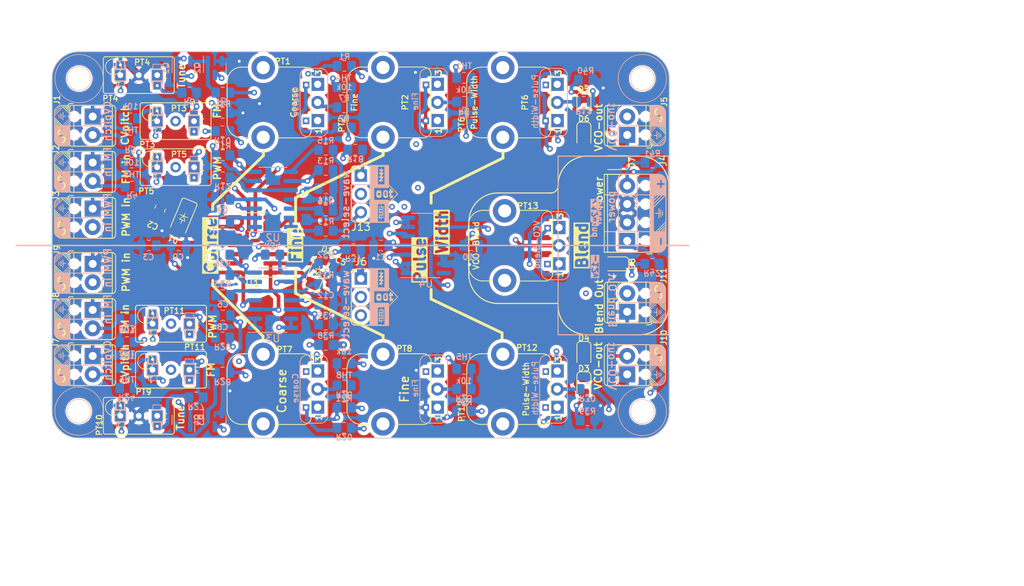
<source format=kicad_pcb>
(kicad_pcb (version 20221018) (generator pcbnew)
  (layers (0 "F.Cu" signal) (1 "In1.Cu" signal) (2 "In2.Cu" signal) (31 "B.Cu" signal) (34 "B.Paste" user) (35 "F.Paste" user) (36 "B.SilkS" user "B.Silkscreen") (37 "F.SilkS" user "F.Silkscreen") (38 "B.Mask" user) (39 "F.Mask" user) (44 "Edge.Cuts" user))
  (net 0 "")
  (net 1 "Net-(D1-K)")
  (net 2 "GND")
  (net 3 "Net-(U2A--)")
  (net 4 "Net-(U2B-+)")
  (net 5 "Net-(D1-A)")
  (net 6 "+12V")
  (net 7 "Net-(J1-signal)")
  (net 8 "Net-(J2-signal)")
  (net 9 "Net-(PT1-Pad2)")
  (net 10 "-12V")
  (net 11 "Net-(PT2-Pad2)")
  (net 12 "Net-(U2C--)")
  (net 13 "Net-(Q1-E)")
  (net 14 "Net-(J3-signal)")
  (net 15 "Net-(D2-K)")
  (net 16 "Net-(U3A--)")
  (net 17 "Net-(R4-Pad2)")
  (net 18 "Net-(PT1-Pad1)")
  (net 19 "Net-(PT1-Pad3)")
  (net 20 "Net-(PT2-Pad3)")
  (net 21 "Net-(PT4-Pad3)")
  (net 22 "Net-(PT5-Pad1)")
  (net 23 "Net-(PT6-Pad2)")
  (net 24 "Net-(R5-Pad2)")
  (net 25 "Net-(R6-Pad2)")
  (net 26 "Net-(R7-Pad2)")
  (net 27 "Net-(U2B--)")
  (net 28 "Net-(U2D-+)")
  (net 29 "Net-(R15-Pad2)")
  (net 30 "Net-(R17-Pad1)")
  (net 31 "Net-(U2D--)")
  (net 32 "unconnected-(U1-Pad4)")
  (net 33 "Net-(U3B-+)")
  (net 34 "unconnected-(U1-Pad11)")
  (net 35 "Net-(Q1-B)")
  (net 36 "Net-(PT3-Pad3)")
  (net 37 "Net-(D2-A)")
  (net 38 "Net-(J7-signal)")
  (net 39 "Net-(J8-signal)")
  (net 40 "Net-(J9-signal)")
  (net 41 "Net-(D3-A)")
  (net 42 "Net-(J11-signal)")
  (net 43 "Net-(PT7-Pad1)")
  (net 44 "Net-(PT7-Pad2)")
  (net 45 "Net-(PT7-Pad3)")
  (net 46 "Net-(PT8-Pad2)")
  (net 47 "Net-(PT8-Pad3)")
  (net 48 "Net-(Q3-B)")
  (net 49 "Net-(PT9-Pad3)")
  (net 50 "Net-(PT10-Pad3)")
  (net 51 "Net-(PT11-Pad1)")
  (net 52 "Net-(PT12-Pad2)")
  (net 53 "Net-(Q3-E)")
  (net 54 "Net-(R23-Pad2)")
  (net 55 "Net-(R24-Pad2)")
  (net 56 "Net-(R25-Pad2)")
  (net 57 "Net-(R26-Pad2)")
  (net 58 "Net-(U3C--)")
  (net 59 "Net-(U3B--)")
  (net 60 "Net-(U3D-+)")
  (net 61 "Net-(R34-Pad2)")
  (net 62 "Net-(R36-Pad1)")
  (net 63 "Net-(U3D--)")
  (net 64 "Net-(D5-K)")
  (net 65 "/VCO-saw-square-0/VCO_OUT")
  (net 66 "Net-(J6-saw)")
  (net 67 "/VCO-saw-square-1/VCO_OUT")
  (net 68 "Net-(J6-square)")
  (net 69 "Net-(J13-saw)")
  (net 70 "Net-(J13-square)")
  (net 71 "Net-(U4A-+)")
  (net 73 "Net-(D7-A)")
  (net 74 "Net-(D8-K)")
  (net 75 "Net-(U4B--)")
  (net 76 "Net-(U4C--)")
  (footprint "000-screw-terminals-immo:synth-signal-MPT-0,5-2-2.54_1x02_P2.54mm_Horizontal" (layer "F.Cu") (at 180.975 60.96 90)
    (fp_text reference "J5")
    (fp_text value "VCO-out")
  )
  (footprint "000-screw-terminals-immo:synth-signal-MPT-0,5-2-2.54_1x02_P2.54mm_Horizontal" (layer "F.Cu") (at 107.315 71.12 -90)
    (fp_text reference "J3")
    (fp_text value "PWM in")
  )
  (footprint "000_Resistors_Immo:Potentiometer_Alpha-reversable" (layer "F.Cu") (at 171.33 56.475 90)
    (fp_text reference "PT6")
    (fp_text value "100k")
  )
  (footprint "000-screw-terminals-immo:synth-signal-MPT-0,5-2-2.54_1x02_P2.54mm_Horizontal" (layer "F.Cu") (at 107.315 58.42 -90)
    (fp_text reference "J1")
    (fp_text value "CVpitch")
  )
  (footprint "000_Diodes_Immo:LED_0805_2012_Kawaii" (layer "F.Cu") (at 175.006 56.9886 -90)
    (fp_text reference "D5")
    (fp_text value "blue")
  )
  (footprint "000_Resistors_Immo:Potentiometer_Alpha-reversable" (layer "F.Cu") (at 154.82 56.4636 90)
    (fp_text reference "PT2")
    (fp_text value "100k")
  )
  (footprint "000-screw-terminals-immo:synth-signal-MPT-0,5-2-2.54_1x02_P2.54mm_Horizontal" (layer "F.Cu") (at 180.975 85.344 90)
    (fp_text reference "J11")
    (fp_text value "Blend Out")
  )
  (footprint "000_Diodes_Immo:LED_0805_2012_Kawaii" (layer "F.Cu") (at 175.006 61.0616 -90)
    (fp_text reference "D6")
    (fp_text value "blue")
  )
  (footprint "000_Resistors_Immo:Potentiometer_Alpha-reversable" (layer "F.Cu") (at 171.33 96.012 90)
    (fp_text reference "PT12")
    (fp_text value "100k")
  )
  (footprint "000_Resistors_Immo:Potentiometer_Bourns-reversable-1" (layer "F.Cu") (at 115.57 86.995 180)
    (fp_text reference "PT11")
    (fp_text value "250k")
  )
  (footprint "000_Resistors_Immo:Potentiometer_Bourns-reversable-1" (layer "F.Cu") (at 115.56 93.345 180)
    (fp_text reference "PT9")
    (fp_text value "1M")
  )
  (footprint "000_Diodes_Immo:D_MiniMELF_kawaii" (layer "F.Cu") (at 138.3284 79.756 67.5)
    (fp_text reference "D2")
    (fp_text value "1N4148_SMD_quatromelf")
  )
  (footprint "000_Resistors_Immo:Potentiometer_Alpha-reversable" (layer "F.Cu") (at 154.82 96.012 90)
    (fp_text reference "PT8")
    (fp_text value "100k")
  )
  (footprint "000_Pin_Headers_Immo:2-way-select" (layer "F.Cu") (at 144.272 80.772)
    (fp_text reference "J6")
    (fp_text value "wave-select")
  )
  (footprint "000_Resistors_Immo:Potentiometer_Alpha-reversable" (layer "F.Cu") (at 138.31 96.012 90)
    (fp_text reference "PT7")
    (fp_text value "100k")
  )
  (footprint "000_Resistors_Immo:Potentiometer_Alpha-reversable" (layer "F.Cu") (at 138.31 56.475 90)
    (fp_text reference "PT1")
    (fp_text value "100k")
  )
  (footprint "000_Resistors_Immo:Potentiometer_Alpha-reversable" (layer "F.Cu") (at 171.584 76.226 90)
    (fp_text reference "PT13")
    (fp_text value "1M")
  )
  (footprint "000_Resistors_Immo:Potentiometer_Bourns-reversable-1" (layer "F.Cu") (at 111.125 99.695 180)
    (fp_text reference "PT10")
    (fp_text value "1k")
  )
  (footprint "000_Resistors_Immo:Potentiometer_Bourns-reversable-1" (layer "F.Cu") (at 116.205 65.405 180)
    (fp_text reference "PT5")
    (fp_text value "250k")
  )
  (footprint "000_Capacitors_Immo:C_0805_2012_HandSolder_kawaii" (layer "F.Cu") (at 116.6114 71.12 -112.5)
    (fp_text reference "C2")
    (fp_text value "2n2")
  )
  (footprint "000_Resistors_Immo:Potentiometer_Bourns-reversable-1" (layer "F.Cu") (at 111.125 52.705 180)
    (fp_text reference "PT4")
    (fp_text value "1k")
  )
  (footprint "000-screw-terminals-immo:synth-signal-MPT-0,5-2-2.54_1x02_P2.54mm_Horizontal" (layer "F.Cu") (at 180.975 93.98 90)
    (fp_text reference "J10")
    (fp_text value "VCO-out")
  )
  (footprint "000-screw-terminals-immo:synth-signal-MPT-0,5-2-2.54_1x02_P2.54mm_Horizontal" (layer "F.Cu") (at 107.315 85.09 -90)
    (fp_text reference "J8")
    (fp_text value "FM in")
  )
  (footprint "000_Resistors_Immo:Potentiometer_Bourns-reversable-1" (layer "F.Cu") (at 116.195 59.055 180)
    (fp_text reference "PT3")
    (fp_text value "1M")
  )
  (footprint "000_Pin_Headers_Immo:2-way-select" (layer "F.Cu") (at 144.272 66.548)
    (fp_text reference "J13")
    (fp_text value "wave-select")
  )
  (footprint "000-screw-terminals-immo:synth-power-termbox-MPT-0,5-4-2.54_1x04_P2.54mm" (layer "F.Cu") (at 180.975 75.565 90)
    (fp_text reference "J4")
    (fp_text value "power" hide)
  )
  (footprint "000-screw-terminals-immo:synth-signal-MPT-0,5-2-2.54_1x02_P2.54mm_Horizontal" (layer "F.Cu") (at 107.315 78.74 -90)
    (fp_text reference "J9")
    (fp_text value "PWM in")
  )
  (footprint "000-screw-terminals-immo:synth-signal-MPT-0,5-2-2.54_1x02_P2.54mm_Horizontal" (layer "F.Cu") (at 107.315 91.44 -90)
    (fp_text reference "J7")
    (fp_text value "CVpitch")
  )
  (footprint "000_Diodes_Immo:LED_0805_2012_Kawaii" (layer "F.Cu") (at 179.315 78.74 180)
    (fp_text reference "D8")
    (fp_text value "blue")
  )
  (footprint "000_Diodes_Immo:LED_0805_2012_Kawaii" (layer "F.Cu") (at 175.006 95.504 -90)
    (fp_text reference "D3")
    (fp_text value "pink")
  )
  (footprint "000_Diodes_Immo:LED_0805_2012_Kawaii" (layer "F.Cu") (at 179.315 64.77 180)
    (fp_text reference "D7")
    (fp_text value "green")
  )
  (footprint "000_Capacitors_Immo:C_0805_2012_HandSolder_kawaii" (layer "F.Cu") (at 140.630434 80.575475 67.5)
    (fp_text reference "C5")
    (fp_text value "2n2")
  )
  (footprint "000_Diodes_Immo:LED_0805_2012_Kawaii" (layer "F.Cu") (at 175.006 91.313 -90)
    (fp_text reference "D4")
    (fp_text value "pink")
  )
  (footprint "000_Diodes_Immo:D_MiniMELF_kawaii" (layer "F.Cu") (at 119.730451 72.463442 -112.5)
    (fp_text reference "D1")
    (fp_text value "1N4148_SMD_quatromelf")
  )
  (footprint "Package_SO:SOIC-14_3.9x8.7mm_P1.27mm" (layer "F.Cu") (at 129.351 76.135 180)
    (fp_text reference "U1")
    (fp_text value "HEF4093B")
  )
  (footprint "000-screw-terminals-immo:synth-signal-MPT-0,5-2-2.54_1x02_P2.54mm_Horizontal" (layer "F.Cu") (at 107.315 64.77 -90)
    (fp_text reference "J2")
    (fp_text value "FM in")
  )
  (footprint "Package_SO:SOIC-14_3.9x8.7mm_P1.27mm" (layer "B.Cu") (at 153.227 76.2)
    (fp_text reference "U4")
    (fp_text value "TL074")
  )
  (footprint "Resistor_SMD:R_0805_2012Metric_Pad1.20x1.40mm_HandSolder" (layer "B.Cu") (at 175.498 96.012)
    (fp_text reference "R30")
    (fp_text value "100k")
  )
  (footprint "000_Capacitors_Immo:C_0805_2012_HandSolder_kawaii" (layer "B.Cu") (at 139.4675 68.326 180)
    (fp_text reference "C11")
    (fp_text value "100n")
  )
  (footprint "000_Capacitors_Immo:C_0805_2012_HandSolder_kawaii" (layer "B.Cu") (at 115.0405 76.2 180)
    (fp_text reference "C3")
    (fp_text value "100n")
  )
  (footprint "000_Capacitors_Immo:C_0805_2012_HandSolder_kawaii" (layer "B.Cu") (at 159.4905 76.2 180)
    (fp_text reference "C10")
    (fp_text value "100n")
  )
  (footprint "Package_TO_SOT_SMD:SOT-23" (layer "B.Cu") (at 124.14 51.7375 -90)
    (fp_text reference "Q2")
    (fp_text value "BC817")
  )
  (footprint "Resistor_SMD:R_0805_2012Metric_Pad1.20x1.40mm_HandSolder" (layer "B.Cu") (at 139.43 65.786 180)
    (fp_text reference "R13")
    (fp_text value "14k")
  )
  (footprint "Resistor_SMD:R_0805_2012Metric_Pad1.20x1.40mm_HandSolder" (layer "B.Cu") (at 141.97 98.552 180)
    (fp_text reference "R21")
    (fp_text value "33k")
  )
  (footprint "000_Capacitors_Immo:C_0805_2012_HandSolder_kawaii" (layer "B.Cu") (at 139.4675 84.328 180)
    (fp_text reference "C12")
    (fp_text value "100n")
  )
  (footprint "Resistor_SMD:R_0805_2012Metric_Pad1.20x1.40mm_HandSolder" (layer "B.Cu") (at 125.238 66.802)
    (fp_text reference "R12")
    (fp_text value "100k")
  )
  (footprint "Capacitor_SMD:C_0805_2012Metric_Pad1.18x1.45mm_HandSolder" (layer "B.Cu") (at 125.2435 83.058)
    (fp_text reference "C6")
    (fp_text value "1u")
  )
  (footprint "Package_SO:SOIC-14_3.9x8.7mm_P1.27mm" (layer "B.Cu") (at 132.145 83.755)
    (fp_text reference "U3")
    (fp_text value "TL074")
  )
  (footprint "000_Modules_Immo:credit-card-screws" (layer "B.Cu") (at 143.945417 73.350556 180)
    (fp_text reference "M1" hide)
    (fp_text value "imogen-wren-card" hide)
    (fp_line (start -42.84061 -25.713416) (end -42.84061 20.166584) (stroke (width 0.12)) (layer "Edge.Cuts"))
    (fp_line (start -39.120621 -29.433416) (end 38.54939 -29.429442) (stroke (width 0.12)) (layer "Edge.Cuts"))
    (fp_line (start -39.11061 23.891582) (end 38.53939 23.891582) (stroke (width 0.12)) (layer "Edge.Cuts"))
    (fp_line (start 42.254388 -25.734456) (end 42.254388 20.155544) (stroke (width 0.12)) (layer "Edge.Cuts"))
    (fp_arc (start -42.84061 -25.713416) (mid -41.748131 -28.340929) (end -39.120621 -29.433416) (stroke (width 0.12)) (layer "Edge.Cuts"))
    (fp_arc (start -39.11061 23.891582) (mid -41.747815 22.802324) (end -42.840611 20.166584) (stroke (width 0.12)) (layer "Edge.Cuts"))
    (fp_arc (start 38.54939 -29.429442) (mid 41.168628 -28.350766) (end 42.25439 -25.734456) (stroke (width 0.12)) (layer "Edge.Cuts"))
    (fp_arc (start 42.254387 20.155544) (mid 41.173765 22.796083) (end 38.53939 23.891641) (stroke (width 0.12)) (layer "Edge.Cuts"))
  )
  (footprint "Resistor_SMD:R_0805_2012Metric_Pad1.20x1.40mm_HandSolder" (layer "B.Cu") (at 125.206 80.264)
    (fp_text reference "R33")
    (fp_text value "47k")
  )
  (footprint "Resistor_SMD:R_0805_2012Metric_Pad1.20x1.40mm_HandSolder" (layer "B.Cu") (at 184.42 64.77 180)
    (fp_text reference "R41")
    (fp_text value "1k")
  )
  (footprint "Resistor_SMD:R_0805_2012Metric_Pad1.20x1.40mm_HandSolder" (layer "B.Cu") (at 158.48 99.06 180)
    (fp_text reference "R22")
    (fp_text value "100k")
  )
  (footprint "Package_TO_SOT_SMD:SOT-23" (layer "B.Cu") (at 124.14 100.2515 -90)
    (fp_text reference "Q4")
    (fp_text value "BC817")
  )
  (footprint "Resistor_SMD:R_0805_2012Metric_Pad1.20x1.40mm_HandSolder" (layer "B.Cu") (at 141.9954 51.435)
    (fp_text reference "R1")
    (fp_text value "100k")
  )
  (footprint "Resistor_SMD:R_0805_2012Metric_Pad1.20x1.40mm_HandSolder" (layer "B.Cu") (at 125.206 88.9)
    (fp_text reference "R29")
    (fp_text value "68k")
  )
  (footprint "Resistor_SMD:R_0805_2012Metric_Pad1.20x1.40mm_HandSolder" (layer "B.Cu") (at 139.43 74.168)
    (fp_text reference "R19")
    (fp_text value "1k")
  )
  (footprint "Resistor_SMD:R_0805_2012Metric_Pad1.20x1.40mm_HandSolder" (layer "B.Cu") (at 112.03 95.885)
    (fp_text reference "R24")
    (fp_text value "100k")
  )
  (footprint "Resistor_SMD:R_0805_2012Metric_Pad1.20x1.40mm_HandSolder" (layer "B.Cu") (at 132.096 77.47)
    (fp_text reference "R34")
    (fp_text value "100k")
  )
  (footprint "Resistor_SMD:R_0805_2012Metric_Pad1.20x1.40mm_HandSolder" (layer "B.Cu") (at 125.206 93.726)
    (fp_text reference "R28")
    (fp_text value "1M")
  )
  (footprint "Resistor_SMD:R_0805_2012Metric_Pad1.20x1.40mm_HandSolder" (layer "B.Cu") (at 141.97 57.15)
    (fp_text reference "R7")
    (fp_text value "100k")
  )
  (footprint "Package_TO_SOT_SMD:SOT-23" (layer "B.Cu") (at 119.822 100.2515 90)
    (fp_text reference "Q3")
    (fp_text value "BC807")
  )
  (footprint "Resistor_SMD:R_0805_2012Metric_Pad1.20x1.40mm_HandSolder" (layer "B.Cu") (at 112.76 68.072)
    (fp_text reference "R4")
    (fp_text value "100k")
  )
  (footprint "Resistor_SMD:R_0805_2012Metric_Pad1.20x1.40mm_HandSolder" (layer "B.Cu") (at 143.256 76.708)
    (fp_text reference "R37")
    (fp_text value "1k")
  )
  (footprint "000_Capacitors_Immo:C_0805_2012_HandSolder_kawaii" (layer "B.Cu") (at 119.1475 76.2 180)
    (fp_text reference "C9")
    (fp_text value "100p")
  )
  (footprint "000_Resistors_Immo:Resistor_0805_2012_handsolder" (layer "B.Cu") (at 112.665 64.77)
    (fp_text reference "TH3")
    (fp_text value "10k")
  )
  (footprint "Resistor_SMD:R_0805_2012Metric_Pad1.20x1.40mm_HandSolder" (layer "B.Cu") (at 175.244 53.34 180)
    (fp_text reference "R40")
    (fp_text value "1k")
  )
  (footprint "Resistor_SMD:R_0805_2012Metric_Pad1.20x1.40mm_HandSolder" (layer "B.Cu") (at 139.43 78.74 180)
    (fp_text reference "R32")
    (fp_text value "14k")
  )
  (footprint "Resistor_SMD:R_0805_2012Metric_Pad1.20x1.40mm_HandSolder" (layer "B.Cu") (at 112.506 61.722)
    (fp_text reference "R5")
    (fp_text value "100k")
  )
  (footprint "000_Resistors_Immo:Resistor_0805_2012_handsolder" (layer "B.Cu") (at 141.97 54.356 180)
    (fp_text reference "TH4")
    (fp_text value "10k")
  )
  (footprint "Resistor_SMD:R_0805_2012Metric_Pad1.20x1.40mm_HandSolder" (layer "B.Cu") (at 175.498 100.314 180)
    (fp_text reference "R39")
    (fp_text value "1k")
  )
  (footprint "Resistor_SMD:R_0805_2012Metric_Pad1.20x1.40mm_HandSolder" (layer "B.Cu") (at 174.99 56.388)
    (fp_text reference "R11")
    (fp_text value "100k")
  )
  (footprint "Resistor_SMD:R_0805_2012Metric_Pad1.20x1.40mm_HandSolder" (layer "B.Cu") (at 120.634 55.118)
    (fp_text reference "R8")
    (fp_text value "1k5")
  )
  (footprint "000_Resistors_Immo:Resistor_0805_2012_handsolder" (layer "B.Cu") (at 158.48 93.218 180)
    (fp_text reference "TH5")
    (fp_text value "10k")
  )
  (footprint "Package_SO:SOIC-14_3.9x8.7mm_P1.27mm" (layer "B.Cu") (at 132.145 69.85)
    (fp_text reference "U2")
    (fp_text value "TL074")
  )
  (footprint "Resistor_SMD:R_0805_2012Metric_Pad1.20x1.40mm_HandSolder" (layer "B.Cu") (at 141.97 95.504)
    (fp_text reference "R26")
    (fp_text value "100k")
  )
  (footprint "Resistor_SMD:R_0805_2012Metric_Pad1.20x1.40mm_HandSolder" (layer "B.Cu") (at 158.48 56.388)
    (fp_text reference "R6")
    (fp_text value "1M")
  )
  (footprint "Resistor_SMD:R_0805_2012Metric_Pad1.20x1.40mm_HandSolder" (layer "B.Cu") (at 141.97 101.346)
    (fp_text reference "R20")
    (fp_text value "100k")
  )
  (footprint "Resistor_SMD:R_0805_2012Metric_Pad1.20x1.40mm_HandSolder" (layer "B.Cu") (at 125.238 63.754 180)
    (fp_text reference "R17")
    (fp_text value "100k")
  )
  (footprint "Resistor_SMD:R_0805_2012Metric_Pad1.20x1.40mm_HandSolder" (layer "B.Cu") (at 112.03 86.36)
    (fp_text reference "R23")
    (fp_text value "100k")
  )
  (footprint "000_Resistors_Immo:Resistor_0805_2012_handsolder" (layer "B.Cu") (at 112.03 93.075)
    (fp_text reference "TH6")
    (fp_text value "10k")
  )
  (footprint "000_Capacitors_Immo:C_0805_2012_HandSolder_kawaii" (layer "B.Cu") (at 125.2005 69.85 180)
    (fp_text reference "C7")
    (fp_text value "100n")
  )
  (footprint "000_Resistors_Immo:Resistor_0805_2012_handsolder" (layer "B.Cu") (at 112.03 89.535)
    (fp_text reference "TH7")
    (fp_text value "10k")
  )
  (footprint "Resistor_SMD:R_0805_2012Metric_Pad1.20x1.40mm_HandSolder" (layer "B.Cu") (at 125.238 55.118)
    (fp_text reference "R9")
    (fp_text value "1M")
  )
  (footprint "000_Capacitors_Immo:C_0805_2012_HandSolder_kawaii" (layer "B.Cu") (at 147.0445 76.2 180)
    (fp_text reference "C1")
    (fp_text value "100n")
  )
  (footprint "Capacitor_SMD:C_0805_2012Metric_Pad1.18x1.45mm_HandSolder" (layer "B.Cu") (at 125.2005 72.898 180)
    (fp_text reference "C4")
    (fp_text value "1u")
  )
  (footprint "Resistor_SMD:R_0805_2012Metric_Pad1.20x1.40mm_HandSolder" (layer "B.Cu") (at 158.48 96.012)
    (fp_text reference "R25")
    (fp_text value "1M")
  )
  (footprint "000_Resistors_Immo:Resistor_0805_2012_handsolder" (layer "B.Cu") (at 158.48 53.086 180)
    (fp_text reference "TH1")
    (fp_text value "10k")
  )
  (footprint "Resistor_SMD:R_0805_2012Metric_Pad1.20x1.40mm_HandSolder" (layer "B.Cu") (at 184.388 78.74)
    (fp_text reference "R42")
    (fp_text value "1k")
  )
  (footprint "Resistor_SMD:R_0805_2012Metric_Pad1.20x1.40mm_HandSolder" (layer "B.Cu") (at 139.43 87.122 180)
    (fp_text reference "R35")
    (fp_text value "68k")
  )
  (footprint "000_Resistors_Immo:Resistor_0805_2012_handsolder" (layer "B.Cu") (at 112.506 58.674)
    (fp_text reference "TH2")
    (fp_text value "10k")
  )
  (footprint "Resistor_SMD:R_0805_2012Metric_Pad1.20x1.40mm_HandSolder" (layer "B.Cu") (at 139.43 71.374 180)
    (fp_text reference "R16")
    (fp_text value "68k")
  )
  (footprint "Resistor_SMD:R_0805_2012Metric_Pad1.20x1.40mm_HandSolder" (layer "B.Cu") (at 141.97 59.944 180)
    (fp_text reference "R2")
    (fp_text value "33k")
  )
  (footprint "Resistor_SMD:R_0805_2012Metric_Pad1.20x1.40mm_HandSolder" (layer "B.Cu") (at 143.494 62.992)
    (fp_text reference "R18")
    (fp_text value "1k")
  )
  (footprint "Resistor_SMD:R_0805_2012Metric_Pad1.20x1.40mm_HandSolder" (layer "B.Cu") (at 125.206 77.47 180)
    (fp_text reference "R36")
    (fp_text value "100k")
  )
  (footprint "Resistor_SMD:R_0805_2012Metric_Pad1.20x1.40mm_HandSolder" (layer "B.Cu") (at 139.43 62.992 180)
    (fp_text reference "R15")
    (fp_text value "100k")
  )
  (footprint "000_Capacitors_Immo:C_0805_2012_HandSolder_kawaii" (layer "B.Cu") (at 125.2435 85.852 180)
    (fp_text reference "C8")
    (fp_text value "100n")
  )
  (footprint "Resistor_SMD:R_0805_2012Metric_Pad1.20x1.40mm_HandSolder" (layer "B.Cu") (at 125.206 60.452)
    (fp_text reference "R10")
    (fp_text value "68k")
  )
  (footprint "Resistor_SMD:R_0805_2012Metric_Pad1.20x1.40mm_HandSolder" (layer "B.Cu") (at 158.48 59.436 180)
    (fp_text reference "R3")
    (fp_text value "100k")
  )
  (footprint "Resistor_SMD:R_0805_2012Metric_Pad1.20x1.40mm_HandSolder" (layer "B.Cu") (at 139.43 81.534 180)
    (fp_text reference "R31")
    (fp_text value "100k")
  )
  (footprint "Package_TO_SOT_SMD:SOT-23" (layer "B.Cu") (at 119.822 51.7375 -90)
    (fp_text reference "Q1")
    (fp_text value "BC807")
  )
  (footprint "Resistor_SMD:R_0805_2012Metric_Pad1.20x1.40mm_HandSolder" (layer "B.Cu") (at 139.43 89.916)
    (fp_text reference "R38")
    (fp_text value "1k")
  )
  (footprint "Resistor_SMD:R_0805_2012Metric_Pad1.20x1.40mm_HandSolder" (layer "B.Cu") (at 125.206 57.912 180)
    (fp_text reference "R14")
    (fp_text value "47k")
  )
  (footprint "000_Resistors_Immo:Resistor_0805_2012_handsolder" (layer "B.Cu") (at 141.97 92.456)
    (fp_text reference "TH8")
    (fp_text value "10k")
  )
  (footprint "Resistor_SMD:R_0805_2012Metric_Pad1.20x1.40mm_HandSolder" (layer "B.Cu") (at 121.555 97.155)
    (fp_text reference "R27")
    (fp_text value "1k5")
  )
  (gr_line (start 189.484 76.2) (end 96.774 76.2) (stroke (width 0.2)) (layer "B.SilkS"))
  (gr_rect (start 171.45 63.881) (end 186.69 88.519) (stroke (width 0.15)) (fill none) (layer "B.SilkS"))
  (gr_line (start 130.8354 63.8175) (end 123.8504 70.5485) (stroke (width 0.4)) (layer "F.SilkS"))
  (gr_arc (start 163.1564 84.201) (mid 160.327973 83.029427) (end 159.1564 80.201) (stroke (width 0.15)) (layer "F.SilkS"))
  (gr_line (start 147.3454 88.646) (end 147.3454 89.281) (stroke (width 0.4)) (layer "F.SilkS"))
  (gr_line (start 153.9494 70.358) (end 153.9494 69.0372) (stroke (width 0.4)) (layer "F.SilkS"))
  (gr_line (start 163.7284 89.027) (end 163.7284 88.265) (stroke (width 0.4)) (layer "F.SilkS"))
  (gr_arc (start 159.1564 72.961) (mid 160.327973 70.132573) (end 163.1564 68.961) (stroke (width 0.15)) (layer "F.SilkS"))
  (gr_line (start 175.45 63.881) (end 182.69 63.881) (stroke (width 0.15)) (layer "F.SilkS"))
  (gr_line (start 171.45 84.519) (end 171.45 84.201) (stroke (width 0.15)) (layer "F.SilkS"))
  (gr_line (start 135.2804 82.804) (end 147.3454 88.646) (stroke (width 0.4)) (layer "F.SilkS"))
  (gr_line (start 130.8354 63.8175) (end 130.8354 63.1825) (stroke (width 0.4)) (layer "F.SilkS"))
  (gr_arc (start 182.69 63.881) (mid 185.518427 65.052573) (end 186.69 67.881) (stroke (width 0.15)) (layer "F.SilkS"))
  (gr_line (start 135.2804 72.882125) (end 135.2804 69.611875) (stroke (width 0.4)) (layer "F.SilkS"))
  (gr_line (start 153.9494 69.0372) (end 163.8554 64.135) (stroke (width 0.4)) (layer "F.SilkS"))
  (gr_line (start 163.1564 68.961) (end 170.45 68.961) (stroke (width 0.15)) (layer "F.SilkS"))
  (gr_line (start 123.8504 81.7245) (end 130.7719 88.7095) (stroke (width 0.4)) (layer "F.SilkS"))
  (gr_arc (start 186.69 84.519) (mid 185.518427 87.347427) (end 182.69 88.519) (stroke (width 0.15)) (layer "F.SilkS"))
  (gr_arc (start 171.45 67.881) (mid 172.621573 65.052573) (end 175.45 63.881) (stroke (width 0.15)) (layer "F.SilkS"))
  (gr_arc (start 175.45 88.519) (mid 172.621573 87.347427) (end 171.45 84.519) (stroke (width 0.15)) (layer "F.SilkS"))
  (gr_line (start 135.2804 69.611875) (end 147.3454 63.754) (stroke (width 0.4)) (layer "F.SilkS"))
  (gr_arc (start 171.45 67.961) (mid 171.157107 68.668107) (end 170.45 68.961) (stroke (width 0.15)) (layer "F.SilkS"))
  (gr_line (start 171.45 67.961) (end 171.45 67.881) (stroke (width 0.15)) (layer "F.SilkS"))
  (gr_line (start 163.8554 64.135) (end 163.8554 63.246) (stroke (width 0.4)) (layer "F.SilkS"))
  (gr_line (start 159.1564 80.201) (end 159.1564 72.961) (stroke (width 0.15)) (layer "F.SilkS"))
  (gr_line (start 182.69 88.519) (end 175.45 88.519) (stroke (width 0.15)) (layer "F.SilkS"))
  (gr_line (start 147.3454 63.754) (end 147.3454 63.119) (stroke (width 0.4)) (layer "F.SilkS"))
  (gr_line (start 135.2804 82.804) (end 135.2804 79.53375) (stroke (width 0.4)) (layer "F.SilkS"))
  (gr_line (start 163.7284 88.265) (end 153.9494 83.5914) (stroke (width 0.4)) (layer "F.SilkS"))
  (gr_line (start 130.7719 88.7095) (end 130.7719 89.2175) (stroke (width 0.4)) (layer "F.SilkS"))
  (gr_line (start 123.8504 70.5485) (end 123.8504 71.247) (stroke (width 0.4)) (layer "F.SilkS"))
  (gr_line (start 123.8504 81.7245) (end 123.8504 81.026) (stroke (width 0.4)) (layer "F.SilkS"))
  (gr_line (start 186.69 67.881) (end 186.69 84.519) (stroke (width 0.15)) (layer "F.SilkS"))
  (gr_line (start 171.45 84.201) (end 163.1564 84.201) (stroke (width 0.15)) (layer "F.SilkS"))
  (gr_line (start 153.9494 83.5914) (end 153.9494 82.2706) (stroke (width 0.4)) (layer "F.SilkS"))
  (gr_text "Fine" (at 135.2804 76.2 90) (layer "F.SilkS" knockout) (effects (font (size 1.5 1.5) (thickness 0.375) bold)))
  (gr_text "Blend" (at 174.7774 76.2 90) (layer "F.SilkS" knockout) (effects (font (size 1.5 1.5) (thickness 0.375) bold)))
  (gr_text "Pulse" (at 152.4254 78.232 90) (layer "F.SilkS" knockout) (effects (font (size 1.5 1.5) (thickness 0.375) bold)))
  (gr_text "Width" (at 155.4734 74.295 90) (layer "F.SilkS" knockout) (effects (font (size 1.5 1.5) (thickness 0.375) bold)))
  (gr_text "Coarse" (at 123.5964 76.2 90) (layer "F.SilkS" knockout) (effects (font (size 1.5 1.5) (thickness 0.375) bold)))
  (gr_text "Power" (at 177.0888 68.9356 90) (layer "F.SilkS") (effects (font (size 1 1) (thickness 0.2) bold)))
  (segment (start 120.5484 72.39) (end 119.236959 72.39) (width 0.5) (layer "F.Cu") (net 1))
  (segment (start 126.876 73.595) (end 121.7534 73.595) (width 0.5) (layer "F.Cu") (net 1))
  (segment (start 127.9017 72.7187) (end 127.508 72.325) (width 0.5) (layer "F.Cu") (net 1))
  (segment (start 121.996085 72.325) (end 120.434589 70.763504) (width 0.5) (layer "F.Cu") (net 1))
  (segment (start 127.225587 73.944587) (end 127.828899 73.944587) (width 0.5) (layer "F.Cu") (net 1))
  (segment (start 121.7534 73.595) (end 120.5484 72.39) (width 0.5) (layer "F.Cu") (net 1))
  (segment (start 127.9017 73.1647) (end 127.9017 72.7187) (width 0.5) (layer "F.Cu") (net 1))
  (segment (start 126.876 72.325) (end 121.996085 72.325) (width 0.5) (layer "F.Cu") (net 1))
  (segment (start 126.876 73.595) (end 127.225587 73.944587) (width 0.5) (layer "F.Cu") (net 1))
  (segment (start 119.236959 72.39) (end 117.008434 70.161475) (width 0.5) (layer "F.Cu") (net 1))
  (segment (start 127.4714 73.595) (end 127.9017 73.1647) (width 0.5) (layer "F.Cu") (net 1))
  (via (at 127.3697 70.6995) (size 0.8) (drill 0.4) (layers "F.Cu" "B.Cu") (net 1))
  (via (at 125.077544 53.126919) (size 0.8) (drill 0.4) (layers "F.Cu" "B.Cu") (net 1))
  (via (at 127.828899 73.944587) (size 0.8) (drill 0.4) (layers "F.Cu" "B.Cu") (net 1))
  (segment (start 130.43566 71.12) (end 127.9144 71.12) (width 0.5) (layer "B.Cu") (net 1))
  (segment (start 124.625625 52.675) (end 125.077544 53.126919) (width 0.5) (layer "B.Cu") (net 1))
  (segment (start 127.4939 70.6995) (end 127.3697 70.6995) (width 0.5) (layer "B.Cu") (net 1))
  (segment (start 129.67 71.12) (end 127.9144 71.12) (width 0.5) (layer "B.Cu") (net 1))
  (segment (start 127.9144 71.12) (end 127.4939 70.6995) (width 0.5) (layer "B.Cu") (net 1))
  (segment (start 124.14 52.675) (end 124.625625 52.675) (width 0.5) (layer "B.Cu") (net 1))
  (segment (start 131.826 74.865) (end 131.0894 74.1284) (width 0.5) (layer "F.Cu") (net 2))
  (segment (start 131.826 73.595) (end 133.1864 73.595) (width 0.5) (layer "F.Cu") (net 2))
  (segment (start 180.975 94.615) (end 177.292 98.298) (width 1) (layer "F.Cu") (net 2))
  (segment (start 116.214366 72.078525) (end 115.9764 72.316491) (width 0.5) (layer "F.Cu") (net 2))
  (segment (start 141.027468 79.61695) (end 142.666418 77.978) (width 1) (layer "F.Cu") (net 2))
  (segment (start 178.29 78.74) (end 178.29 79.633) (width 1) (layer "F.Cu") (net 2))
  (segment (start 127.443 77.405) (end 127.7366 77.6986) (width 0.5) (layer "F.Cu") (net 2))
  (segment (start 127.7366 77.6986) (end 127.7366 78.5368) (width 0.5) (layer "F.Cu") (net 2))
  (segment (start 133.1864 73.595) (end 134.0104 72.771) (width 0.5) (layer "F.Cu") (net 2))
  (segment (start 112.245 51.285) (end 111.125 51.285) (width 1) (layer "F.Cu") (net 2))
  (segment (start 129.309028 75.5255) (end 127.429528 77.405) (width 0.5) (layer "F.Cu") (net 2))
  (segment (start 130.73556 74.865) (end 130.07506 75.5255) (width 0.5) (layer "F.Cu") (net 2))
  (segment (start 142.666418 77.978) (end 146.05 77.978) (width 1) (layer "F.Cu") (net 2))
  (segment (start 115.9764 72.316491) (end 115.9764 73.279) (width 0.5) (layer "F.Cu") (net 2))
  (segment (start 130.07506 75.5255) (end 129.309028 75.5255) (width 0.5) (layer "F.Cu") (net 2))
  (segment (start 131.826 74.865) (end 130.73556 74.865) (width 0.5) (layer "F.Cu") (net 2))
  (segment (start 180.34 61.595) (end 180.975 60.96) (width 1) (layer "F.Cu") (net 2))
  (segment (start 178.29 79.633) (end 179.175 80.518) (width 1) (layer "F.Cu") (net 2))
  (segment (start 180.975 93.98) (end 180.975 94.615) (width 1) (layer "F.Cu") (net 2))
  (segment (start 180.34 64.77) (end 180.34 61.595) (width 1) (layer "F.Cu") (net 2))
  (segment (start 131.0894 74.1284) (end 131.0894 73.0616) (width 0.5) (layer "F.Cu") (net 2))
  (segment (start 113.665 52.705) (end 112.245 51.285) (width 1) (layer "F.Cu") (net 2))
  (segment (start 134.0104 72.771) (end 138.5824 72.771) (width 0.5) (layer "F.Cu") (net 2))
  (segment (start 127.7366 78.5368) (end 127.5984 78.675) (width 0.5) (layer "F.Cu") (net 2))
  (segment (start 115.9764 73.279) (end 116.8654 74.168) (width 0.5) (layer "F.Cu") (net 2))
  (segment (start 131.0894 73.0616) (end 131.826 72.325) (width 0.5) (layer "F.Cu") (net 2))
  (segment (start 126.876 77.405) (end 127.443 77.405) (width 0.5) (layer "F.Cu") (net 2))
  (via (at 128.016 57.912) (size 0.8) (drill 0.4) (layers "F.Cu" "B.Cu") (net 2))
  (via (at 177.673 54.483) (size 0.8) (drill 0.4) (layers "F.Cu" "B.Cu") (net 2))
  (via (at 177.292 98.298) (size 0.8) (drill 0.4) (layers "F.Cu" "B.Cu") (net 2))
  (via (at 151.790399 52.324001) (size 0.8) (drill 0.4) (layers "F.Cu" "B.Cu") (net 2))
  (via (at 140.43 70.0375) (size 0.8) (drill 0.4) (layers "F.Cu" "B.Cu") (net 2))
  (via (at 126.238 96.266) (size 0.8) (drill 0.4) (layers "F.Cu" "B.Cu") (net 2))
  (via (at 151.899298 93.417306) (size 0.8) (drill 0.4) (layers "F.Cu" "B.Cu") (net 2))
  (via (at 159.265438 78.84) (size 0.8) (drill 0.4) (layers "F.Cu" "B.Cu") (net 2))
  (via (at 120.396 77.8764) (size 0.8) (drill 0.4) (layers "F.Cu" "B.Cu") (net 2))
  (via (at 127.508 50.8) (size 0.8) (drill 0.4) (layers "F.Cu" "B.Cu") (net 2))
  (via (at 124.19225 68.639046) (size 0.8) (drill 0.4) (layers "F.Cu" "B.Cu") (net 2))
  (via (at 130.302 56.642) (size 0.8) (drill 0.4) (layers "F.Cu" "B.Cu") (net 2))
  (via (at 116.8654 74.168) (size 0.8) (drill 0.4) (layers "F.Cu" "B.Cu") (net 2))
  (via (at 138.5824 72.771) (size 0.8) (drill 0.4) (layers "F.Cu" "B.Cu") (net 2))
  (via (at 179.175 80.518) (size 0.8) (drill 0.4) (layers "F.Cu" "B.Cu") (net 2))
  (via (at 146.05 77.978) (size 0.8) (drill 0.4) (layers "F.Cu" "B.Cu") (net 2))
  (via (at 140.43 85.852) (size 0.8) (drill 0.4) (layers "F.Cu" "B.Cu") (net 2))
  (segment (start 113.665 99.395) (end 114.785 98.275) (width 1) (layer "B.Cu") (net 2))
  (segment (start 159.165438 78.74) (end 159.265438 78.84) (width 1) (layer "B.Cu") (net 2))
  (segment (start 123.4694 85.852) (end 122.9185 85.3011) (width 1) (layer "B.Cu") (net 2))
  (segment (start 155.702 77.47) (end 155.702 78.74) (width 1) (layer "B.Cu") (net 2))
  (segment (start 177.387 54.483) (end 176.244 53.34) (width 1) (layer "B.Cu") (net 2))
  (segment (start 140.43 87.122) (end 140.43 84.403) (width 1) (layer "B.Cu") (net 2))
  (segment (start 140.43 68.401) (end 140.43 70.0375) (width 1) (layer "B.Cu") (net 2))
  (segment (start 126.206 57.912) (end 128.016 57.912) (width 1) (layer "B.Cu") (net 2))
  (segment (start 124.163 68.668296) (end 124.19225 68.639046) (width 1) (layer "B.Cu") (net 2))
  (segment (start 122.7836 80.264) (end 120.396 77.8764) (width 1) (layer "B.Cu") (net 2))
  (segment (start 159.2834 78.74) (end 160.528 77.4954) (width 1) (layer "B.Cu") (net 2))
  (segment (start 124.206 85.852) (end 123.4694 85.852) (width 1) (layer "B.Cu") (net 2))
  (segment (start 109.855 76.2) (end 107.315 78.74) (width 1) (layer "B.Cu") (net 2))
  (segment (start 140.505 84.328) (end 140.505 81.609) (width 1) (layer "B.Cu") (net 2))
  (segment (start 130.302 56.642) (end 129.032 57.912) (width 1) (layer "B.Cu") (net 2))
  (segment (start 113.665 99.695) (end 113.665 99.395) (width 1) (layer "B.Cu") (net 2))
  (segment (start 126.238 98.166) (end 126.238 96.266) (width 1) (layer "B.Cu") (net 2))
  (segment (start 155.702 78.74) (end 159.165438 78.74) (width 1) (layer "B.Cu") (net 2))
  (segment (start 120.1674 76.2176) (end 120.1674 77.6478) (width 1) (layer "B.Cu") (net 2))
  (segment (start 125.09 50.8) (end 127.508 50.8) (width 1) (layer "B.Cu") (net 2))
  (segment (start 120.1674 77.6478) (end 120.396 77.8764) (width 1) (layer "B.Cu") (net 2))
  (segment (start 153.096204 92.0496) (end 151.899298 93.246506) (width 0.5) (layer "B.Cu") (net 2))
  (segment (start 151.790399 52.324001) (end 151.829998 52.3636) (width 1) (layer "B.Cu") (net 2))
  (segment (start 125.09 99.314) (end 126.238 98.166) (width 1) (layer "B.Cu") (net 2))
  (segment (start 154.7692 92.0496) (end 153.096204 92.0496) (width 0.5) (layer "B.Cu") (net 2))
  (segment (start 160.528 77.4954) (end 160.528 76.2) (width 1) (layer "B.Cu") (net 2))
  (segment (start 124.238 68.593296) (end 124.19225 68.639046) (width 1) (layer "B.Cu") (net 2))
  (segment (start 122.9185 80.264) (end 124.206 80.264) (width 1) (layer "B.Cu") (net 2))
  (segment (start 113.665 52.705) (end 115.085 51.285) (width 1) (layer "B.Cu") (net 2))
  (segment (start 146.05 77.978) (end 146.05 76.243) (width 1) (layer "B.Cu") (net 2))
  (segment (start 151.899298 93.246506) (end 151.899298 93.417306) (width 0.5) (layer "B.Cu") (net 2))
  (segment (start 124.163 69.85) (end 124.163 68.668296) (width 1) (layer "B.Cu") (net 2))
  (segment (start 140.43 71.374) (end 140.43 70.0375) (width 1) (layer "B.Cu") (net 2))
  (segment (start 140.505 68.326) (end 140.505 65.861) (width 1) (layer "B.Cu") (net 2))
  (segment (start 124.238 66.802) (end 124.238 68.593296) (width 1) (layer "B.Cu") (net 2))
  (segment (start 177.292 99.52) (end 176.498 100.314) (width 1) (layer "B.Cu") (net 2))
  (segment (start 177.292 98.298) (end 177.292 99.52) (width 1) (layer "B.Cu") (net 2))
  (segment (start 129.032 57.912) (end 128.016 57.912) (width 1) (layer "B.Cu") (net 2))
  (segment (start 177.673 54.483) (end 177.387 54.483) (width 1) (layer "B.Cu") (net 2))
  (segment (start 146.007 76.2) (end 146.007 77.649) (width 1) (layer "B.Cu") (net 2))
  (segment (start 140.43 80.01) (end 140.43 81.534) (width 1) (layer "B.Cu") (net 2))
  (segment (start 114.003 76.2) (end 109.855 76.2) (width 1) (layer "B.Cu") (net 2))
  (segment (start 115.085 51.285) (end 116.1796 51.285) (width 1) (layer "B.Cu") (net 2))
  (segment (start 155.702 78.74) (end 159.2834 78.74) (width 1) (layer "B.Cu") (net 2))
  (segment (start 124.206 80.264) (end 122.7836 80.264) (width 1) (layer "B.Cu") (net 2))
  (segment (start 140.43 78.74) (end 140.43 80.01) (width 1) (layer "B.Cu") (net 2))
  (segment (start 114.785 98.275) (end 116.1796 98.275) (width 1) (layer "B.Cu") (net 2))
  (segment (start 151.829998 52.3636) (end 154.7692 52.3636) (width 1) (layer "B.Cu") (net 2))
  (segment (start 120.185 76.2) (end 120.1674 76.2176) (width 1) (layer "B.Cu") (net 2))
  (segment (start 122.9185 85.3011) (end 122.9185 80.264) (width 1) (layer "B.Cu") (net 2))
  (segment (start 126.238 72.898) (end 126.746 72.39) (width 0.5) (layer "B.Cu") (net 3))
  (segment (start 129.67 73.66) (end 129.67 72.39) (width 0.5) (layer "B.Cu") (net 3))
  (segment (start 126.746 72.39) (end 129.67 72.39) (width 0.5) (layer "B.Cu") (net 3))
  (segment (start 126.238 66.802) (end 127.052156 66.802) (width 0.5) (layer "B.Cu") (net 4))
  (segment (start 128.4224 68.58) (end 129.67 68.58) (width 0.5) (layer "B.Cu") (net 4))
  (segment (start 129.67 68.58) (end 134.62 68.58) (width 0.5) (layer "B.Cu") (net 4))
  (segment (start 128.0414 68.199) (end 128.4224 68.58) (width 0.5) (layer "B.Cu") (net 4))
  (segment (start 124.163 72.898) (end 125.2005 71.8605) (width 0.5) (layer "B.Cu") (net 4))
  (segment (start 127.052156 66.802) (end 128.0414 67.791244) (width 0.5) (layer "B.Cu") (net 4))
  (segment (start 125.2005 68.691825) (end 126.238 67.654325) (width 0.5) (layer "B.Cu") (net 4))
  (segment (start 128.0414 67.791244) (end 128.0414 68.199) (width 0.5) (layer "B.Cu") (net 4))
  (segment (start 126.238 67.654325) (end 126.238 66.802) (width 0.5) (layer "B.Cu") (net 4))
  (segment (start 125.2005 71.8605) (end 125.2005 68.691825) (width 0.5) (layer "B.Cu") (net 4))
  (segment (start 126.876 74.865) (end 126.814 74.803) (width 0.5) (layer "F.Cu") (net 5))
  (segment (start 126.814 74.803) (end 119.6594 74.803) (width 0.5) (layer "F.Cu") (net 5))
  (segment (start 119.6594 74.803) (end 119.0244 74.168) (width 0.5) (layer "F.Cu") (net 5))
  (segment (start 128.0668 80.1116) (end 128.0668 84.3788) (width 0.5) (layer "F.Cu") (net 6))
  (segment (start 119.848399 79.945) (end 118.643398 78.739999) (width 0.5) (layer "F.Cu") (net 6))
  (segment (start 128.0668 84.3788) (end 128.016 84.4296) (width 0.5) (layer "F.Cu") (net 6))
  (segment (start 127.9002 79.945) (end 128.0668 80.1116) (width 0.5) (layer "F.Cu") (net 6))
  (segment (start 126.876 79.945) (end 119.848399 79.945) (width 0.5) (layer "F.Cu") (net 6))
  (segment (start 126.876 79.945) (end 127.9002 79.945) (width 0.5) (layer "F.Cu") (net 6))
  (via (at 151.892002 62.23) (size 0.8) (drill 0.4) (layers "F.Cu" "B.Cu") (net 6))
  (via (at 171.45 61.722) (size 0.8) (drill 0.4) (layers "F.Cu" "B.Cu") (net 6))
  (via (at 129.5654 55.118) (size 0.8) (drill 0.4) (layers "F.Cu" "B.Cu") (net 6))
  (via (at 128.397 94.1324) (size 0.8) (drill 0.4) (layers "F.Cu" "B.Cu") (net 6))
  (via (at 148.728149 75.774875) (size 0.8) (drill 0.4) (layers "F.Cu" "B.Cu") (net 6))
  (via (at 169.46948 100.540985) (size 0.8) (drill 0.4) (layers "F.Cu" "B.Cu") (net 6))
  (via (at 118.643398 78.739999) (size 0.8) (drill 0.4) (layers "F.Cu" "B.Cu") (net 6))
  (via (at 144.415823 52.903844) (size 0.8) (drill 0.4) (layers "F.Cu" "B.Cu") (net 6))
  (via (at 144.6784 101.473) (size 0.8) (drill 0.4) (layers "F.Cu" "B.Cu") (net 6))
  (via (at 128.016 84.4296) (size 0.8) (drill 0.4) (layers "F.Cu" "B.Cu") (net 6))
  (via (at 118.6434 78.74) (size 0.8) (drill 0.4) (layers "F.Cu" "B.Cu") (net 6))
  (via (at 127.655611 86.7805) (size 0.8) (drill 0.4) (layers "F.Cu" "B.Cu") (net 6))
  (via (at 132.3707 71.12) (size 0.8) (drill 0.4) (layers "F.Cu" "B.Cu") (net 6))
  (via (at 152.146 68.2385) (size 0.8) (drill 0.4) (layers "F.Cu" "B.Cu") (net 6))
  (segment (start 127.9906 93.726) (end 128.397 94.1324) (width 0.5) (layer "B.Cu") (net 6))
  (segment (start 129.67 69.85) (end 126.238 69.85) (width 0.5) (layer "B.Cu") (net 6))
  (segment (start 128.6906 83.755) (end 128.016 84.4296) (width 0.5) (layer "B.Cu") (net 6))
  (segment (start 126.206 91.862579) (end 127.655611 90.412968) (width 0.5) (layer "B.Cu") (net 6))
  (segment (start 131.1007 69.85) (end 132.3707 71.12) (width 0.5) (layer "B.Cu") (net 6))
  (segment (start 126.206 93.726) (end 126.206 91.862579) (width 0.5) (layer "B.Cu") (net 6))
  (segment (start 148.303024 76.2) (end 148.728149 75.774875) (width 0.5) (layer "B.Cu") (net 6))
  (segment (start 129.67 69.85) (end 131.1007 69.85) (width 0.5) (layer "B.Cu") (net 6))
  (segment (start 171.4316 99.9744) (end 170.036065 99.9744) (width 0.5) (layer "B.Cu") (net 6))
  (segment (start 118.11 76.2) (end 118.11 78.2066) (width 0.5) (layer "B.Cu") (net 6))
  (segment (start 149.098 76.2) (end 148.728149 75.830149) (width 0.5) (layer "B.Cu") (net 6))
  (segment (start 170.036065 99.9744) (end 169.46948 100.540985) (width 0.5) (layer "B.Cu") (net 6))
  (segment (start 180.975 65.668375) (end 180.975 67.945) (width 0.5) (layer "B.Cu") (net 6))
  (segment (start 116.078 76.2) (end 118.11 76.2) (width 0.5) (layer "B.Cu") (net 6))
  (segment (start 150.752 76.2) (end 149.098 76.2) (width 0.5) (layer "B.Cu") (net 6))
  (segment (start 142.9954 51.483421) (end 144.415823 52.903844) (width 0.5) (layer "B.Cu") (net 6))
  (segment (start 143.097 101.473) (end 142.97 101.346) (width 0.5) (layer "B.Cu") (net 6))
  (segment (start 142.9954 51.435) (end 142.9954 51.483421) (width 0.5) (layer "B.Cu") (net 6))
  (segment (start 171.3134 61.5854) (end 171.3134 60.4374) (width 0.5) (layer "B.Cu") (net 6))
  (segment (start 144.6784 101.473) (end 143.097 101.473) (width 0.5) (layer "B.Cu") (net 6))
  (segment (start 183.42 64.77) (end 181.873375 64.77) (width 0.5) (layer "B.Cu") (net 6))
  (segment (start 171.45 61.722) (end 171.3134 61.5854) (width 0.5) (layer "B.Cu") (net 6))
  (segment (start 127.655611 90.412968) (end 127.655611 86.7805) (width 0.5) (layer "B.Cu") (net 6))
  (segment (start 118.11 78.2066) (end 118.6434 78.74) (width 0.5) (layer "B.Cu") (net 6))
  (segment (start 148.728149 75.830149) (end 148.728149 75.774875) (width 0.5) (layer "B.Cu") (net 6))
  (segment (start 127.2095 86.7805) (end 127.655611 86.7805) (width 0.5) (layer "B.Cu") (net 6))
  (segment (start 126.238 55.118) (end 129.5654 55.118) (width 0.5) (layer "B.Cu") (net 6))
  (segment (start 129.67 83.755) (end 128.6906 83.755) (width 0.5) (layer "B.Cu") (net 6))
  (segment (start 181.873375 64.77) (end 180.975 65.668375) (width 0.5) (layer "B.Cu") (net 6))
  (segment (start 126.281 85.852) (end 127.2095 86.7805) (width 0.5) (layer "B.Cu") (net 6))
  (segment (start 126.206 93.726) (end 127.9906 93.726) (width 0.5) (layer "B.Cu") (net 6))
  (segment (start 148.082 76.2) (end 148.303024 76.2) (width 0.5) (layer "B.Cu") (net 6))
  (segment (start 107.315 60.96) (end 110.744 60.96) (width 0.5) (layer "B.Cu") (net 7))
  (segment (start 110.744 60.96) (end 111.506 61.722) (width 0.5) (layer "B.Cu") (net 7))
  (segment (start 108.0008 67.9958) (end 111.6838 67.9958) (width 0.5) (layer "B.Cu") (net 8))
  (segment (start 111.6838 67.9958) (end 111.76 68.072) (width 0.5) (layer "B.Cu") (net 8))
  (segment (start 107.315 67.31) (end 108.0008 67.9958) (width 0.5) (layer "B.Cu") (net 8))
  (segment (start 138.858 57.023) (end 138.31 56.475) (width 0.5) (layer "B.Cu") (net 9))
  (segment (start 140.843 57.023) (end 138.858 57.023) (width 0.5) (layer "B.Cu") (net 9))
  (segment (start 140.97 57.15) (end 140.843 57.023) (width 0.5) (layer "B.Cu") (net 9))
  (via (at 171.2214 90.805) (size 0.8) (drill 0.4) (layers "F.Cu" "B.Cu") (net 10))
  (via (at 170.3324 62.865) (size 0.8) (drill 0.4) (layers "F.Cu" "B.Cu") (net 10))
  (via (at 160.9344 99.06) (size 0.8) (drill 0.4) (layers "F.Cu" "B.Cu") (net 10))
  (via (at 119.141464 97.805464) (size 0.8) (drill 0.4) (layers "F.Cu" "B.Cu") (net 10))
  (via (at 144.4244 98.679) (size 0.8) (drill 0.4) (layers "F.Cu" "B.Cu") (net 10))
  (via (at 184.156276 96.52) (size 0.8) (drill 0.4) (layers "F.Cu" "B.Cu") (net 10))
  (via (at 158.7754 61.087) (size 0.8) (drill 0.4) (layers "F.Cu" "B.Cu") (net 10))
  (via (at 136.243592 68.7505) (size 0.8) (drill 0.4) (layers "F.Cu" "B.Cu") (net 10))
  (via (at 142.5448 61.468) (size 0.8) (drill 0.4) (layers "F.Cu" "B.Cu") (net 10))
  (via (at 120.904 52.832) (size 0.8) (drill 0.4) (layers "F.Cu" "B.Cu") (net 10))
  (via (at 150.2664 70.866) (size 0.8) (drill 0.4) (layers "F.Cu" "B.Cu") (net 10))
  (via (at 159.6644 74.549) (size 0.8) (drill 0.4) (layers "F.Cu" "B.Cu") (net 10))
  (via (at 148.5674 70.861667) (size 0.8) (drill 0.4) (layers "F.Cu" "B.Cu") (net 10))
  (via (at 136.652 83.755) (size 0.8) (drill 0.4) (layers "F.Cu" "B.Cu") (net 10))
  (segment (start 138.43 84.328) (end 137.857 83.755) (width 0.5) (layer "B.Cu") (net 10))
  (segment (start 138.43 68.326) (end 136.668092 68.326) (width 0.5) (layer "B.Cu") (net 10))
  (segment (start 185.764501 94.911775) (end 184.156276 96.52) (width 0.5) (layer "B.Cu") (net 10))
  (segment (start 168.855201 53.263603) (end 169.606204 52.5126) (width 0.5) (layer "B.Cu") (net 10))
  (segment (start 159.48 59.436) (end 158.7754 60.1406) (width 0.5) (layer "B.Cu") (net 10))
  (segment (start 144.2974 98.552) (end 144.4244 98.679) (width 0.5) (layer "B.Cu") (net 10))
  (segment (start 185.388 78.74) (end 185.764501 79.116501) (width 0.5) (layer "B.Cu") (net 10))
  (segment (start 142.97 59.944) (end 142.5448 60.3692) (width 0.5) (layer "B.Cu") (net 10))
  (segment (start 158.453 76.2) (end 158.453 75.7604) (width 0.5) (layer "B.Cu") (net 10))
  (segment (start 180.975 75.565) (end 182.025 76.615) (width 0.5) (layer "B.Cu") (net 10))
  (segment (start 185.764501 79.116501) (end 185.764501 94.911775) (width 0.5) (layer "B.Cu") (net 10))
  (segment (start 169.8568 62.3894) (end 169.8568 59.015) (width 0.5) (layer "B.Cu") (net 10))
  (segment (start 136.668092 68.326) (end 136.045 68.949092) (width 0.5) (layer "B.Cu") (net 10))
  (segment (start 158.453 75.7604) (end 159.6644 74.549) (width 0.5) (layer "B.Cu") (net 10))
  (segment (start 171.2214 91.8902) (end 171.2792 91.948) (width 0.5) (layer "B.Cu") (net 10))
  (segment (start 155.702 76.2) (end 158.0134 76.2) (width 0.5) (layer "B.Cu") (net 10))
  (segment (start 142.5448 60.3692) (end 142.5448 61.468) (width 0.5) (layer "B.Cu") (net 10))
  (segment (start 169.5704 58.7286) (end 169.5704 55.677196) (width 0.5) (layer "B.Cu") (net 10))
  (segment (start 159.48 99.06) (end 160.9344 99.06) (width 0.5) (layer "B.Cu") (net 10))
  (segment (start 169.5704 55.677196) (end 168.855201 54.961997) (width 0.5) (layer "B.Cu") (net 10))
  (segment (start 137.857 83.755) (end 136.652 83.755) (width 0.5) (layer "B.Cu") (net 10))
  (segment (start 158.7754 60.1406) (end 158.7754 61.087) (width 0.5) (layer "B.Cu") (net 10))
  (segment (start 119.979 52.832) (end 119.822 52.675) (width 0.5) (layer "B.Cu") (net 10))
  (segment (start 171.2214 90.805) (end 171.2214 91.8902) (width 0.5) (layer "B.Cu") (net 10))
  (segment (start 183.263 76.615) (end 185.388 78.74) (width 0.5) (layer "B.Cu") (net 10))
  (segment (start 136.652 83.755) (end 134.62 83.755) (width 0.5) (layer "B.Cu") (net 10))
  (segment (start 136.045 68.949092) (end 136.045 68.978528) (width 0.5) (layer "B.Cu") (net 10))
  (segment (start 170.3324 62.865) (end 169.8568 62.3894) (width 0.5) (layer "B.Cu") (net 10))
  (segment (start 119.822 99.314) (end 119.822 98.486) (width 0.5) (layer "B.Cu") (net 10))
  (segment (start 136.045 68.978528) (end 135.173528 69.85) (width 0.5) (layer "B.Cu") (net 10))
  (segment (start 168.855201 54.961997) (end 168.855201 53.263603) (width 0.5) (layer "B.Cu") (net 10))
  (segment (start 169.8568 59.015) (end 169.5704 58.7286) (width 0.5) (layer "B.Cu") (net 10))
  (segment (start 169.606204 52.5126) (end 171.2792 52.5126) (width 0.5) (layer "B.Cu") (net 10))
  (segment (start 182.025 76.615) (end 183.263 76.615) (width 0.5) (layer "B.Cu") (net 10))
  (segment (start 142.97 98.552) (end 144.2974 98.552) (width 0.5) (layer "B.Cu") (net 10))
  (segment (start 158.0134 76.2) (end 159.6644 74.549) (width 0.5) (layer "B.Cu") (net 10))
  (segment (start 119.822 98.486) (end 119.141464 97.805464) (width 0.5) (layer "B.Cu") (net 10))
  (segment (start 120.904 52.832) (end 119.979 52.832) (width 0.5) (layer "B.Cu") (net 10))
  (segment (start 154.82 56.475) (end 157.393 56.475) (width 0.5) (layer "B.Cu") (net 11))
  (via (at 136.906 67.31) (size 0.8) (drill 0.4) (layers "F.Cu" "B.Cu") (net 12))
  (via (at 176.244536 54.895464) (size 0.8) (drill 0.4) (layers "F.Cu" "B.Cu") (net 12))
  (via (at 127.7587 62.0047) (size 0.8) (drill 0.4) (layers "F.Cu" "B.Cu") (net 12))
  (segment (start 176.276 56.102) (end 176.276 54.926928) (width 0.5) (layer "B.Cu") (net 12))
  (segment (start 176.276 54.926928) (end 176.244536 54.895464) (width 0.5) (layer "B.Cu") (net 12))
  (segment (start 126.206 60.452) (end 127.7587 62.0047) (width 0.5) (layer "B.Cu") (net 12))
  (segment (start 136.906 67.31) (end 138.43 65.786) (width 0.5) (layer "B.Cu") (net 12))
  (segment (start 134.62 67.31) (end 136.906 67.31) (width 0.5) (layer "B.Cu") (net 12))
  (segment (start 120.772 50.8) (end 123.19 50.8) (width 0.5) (layer "B.Cu") (net 13))
  (segment (start 123.19 54.07) (end 124.238 55.118) (width 0.5) (layer "B.Cu") (net 13))
  (segment (start 123.19 50.8) (end 123.19 54.07) (width 0.5) (layer "B.Cu") (net 13))
  (via (at 116.1034 67.437) (size 0.8) (drill 0.4) (layers "F.Cu" "B.Cu") (net 14))
  (segment (start 116.2304 67.31) (end 116.1034 67.437) (width 0.5) (layer "B.Cu") (net 14))
  (segment (start 116.2304 66.575) (end 116.2304 67.31) (width 0.5) (layer "B.Cu") (net 14))
  (segment (start 132.929 83.2466) (end 132.929 85.09) (width 0.5) (layer "F.Cu") (net 15))
  (segment (start 131.826 82.1436) (end 132.929 83.2466) (width 0.5) (layer "F.Cu") (net 15))
  (segment (start 137.3744 78.675) (end 140.2334 81.534) (width 0.5) (layer "F.Cu") (net 15))
  (segment (start 136.113324 79.945) (end 137.624262 81.455938) (width 0.5) (layer "F.Cu") (net 15))
  (segment (start 131.826 78.675) (end 131.826 79.945) (width 0.5) (layer "F.Cu") (net 15))
  (segment (start 131.826 79.945) (end 136.113324 79.945) (width 0.5) (layer "F.Cu") (net 15))
  (segment (start 131.826 78.675) (end 137.3744 78.675) (width 0.5) (layer "F.Cu") (net 15))
  (segment (start 131.826 79.945) (end 131.826 82.1436) (width 0.5) (layer "F.Cu") (net 15))
  (via (at 132.929 85.09) (size 0.8) (drill 0.4) (layers "F.Cu" "B.Cu") (net 15))
  (via (at 125.3744 101.6) (size 0.8) (drill 0.4) (layers "F.Cu" "B.Cu") (net 15))
  (segment (start 124.14 101.189) (end 124.9634 101.189) (width 0.5) (layer "B.Cu") (net 15))
  (segment (start 132.864 85.025) (end 132.929 85.09) (width 0.5) (layer "B.Cu") (net 15))
  (segment (start 129.67 85.025) (end 132.864 85.025) (width 0.5) (layer "B.Cu") (net 15))
  (segment (start 124.9634 101.189) (end 125.3744 101.6) (width 0.5) (layer "B.Cu") (net 15))
  (segment (start 125.381 84.233) (end 124.206 83.058) (width 0.5) (layer "B.Cu") (net 16))
  (segment (start 129.67 86.295) (end 129.67 87.565) (width 0.5) (layer "B.Cu") (net 16))
  (segment (start 128.526449 86.295) (end 126.464449 84.233) (width 0.5) (layer "B.Cu") (net 16))
  (segment (start 126.464449 84.233) (end 125.381 84.233) (width 0.5) (layer "B.Cu") (net 16))
  (segment (start 129.67 86.295) (end 128.526449 86.295) (width 0.5) (layer "B.Cu") (net 16))
  (segment (start 111.665 65.4624) (end 111.665 64.913503) (width 0.5) (layer "B.Cu") (net 17))
  (segment (start 113.76 67.5574) (end 111.665 65.4624) (width 0.5) (layer "B.Cu") (net 17))
  (segment (start 113.76 68.072) (end 113.76 67.5574) (width 0.5) (layer "B.Cu") (net 17))
  (via (at 137.0076 52.5126) (size 0.8) (drill 0.4) (layers "F.Cu" "B.Cu") (net 18))
  (segment (start 139.2352 51.435) (end 138.2592 52.411) (width 0.5) (layer "B.Cu") (net 18))
  (segment (start 140.9954 51.435) (end 139.2352 51.435) (width 0.5) (layer "B.Cu") (net 18))
  (segment (start 138.2592 52.5126) (end 137.0076 52.5126) (width 0.5) (layer "B.Cu") (net 18))
  (segment (start 135.8098 58.115001) (end 135.839399 58.115001) (width 0.5) (layer "B.Cu") (net 19))
  (segment (start 135.8098 59.914999) (end 136.332201 60.4374) (width 0.5) (layer "B.Cu") (net 19))
  (segment (start 136.8368 54.062) (end 136.6774 54.2214) (width 0.5) (layer "B.Cu") (net 19))
  (segment (start 136.332201 60.4374) (end 138.4116 60.4374) (width 0.5) (layer "B.Cu") (net 19))
  (segment (start 140.335 60.579) (end 138.354217 60.579) (width 0.5) (layer "B.Cu") (net 19))
  (segment (start 140.97 59.944) (end 140.335 60.579) (width 0.5) (layer "B.Cu") (net 19))
  (segment (start 136.6774 54.2214) (end 136.6774 57.277) (width 0.5) (layer "B.Cu") (net 19))
  (segment (start 135.8098 58.115001) (end 135.8098 59.914999) (width 0.5) (layer "B.Cu") (net 19))
  (segment (start 135.839399 58.115001) (end 136.6774 57.277) (width 0.5) (layer "B.Cu") (net 19))
  (segment (start 152.969201 60.4374) (end 152.3198 59.787999) (width 0.5) (layer "B.Cu") (net 20))
  (segment (start 153.1874 57.236001) (end 153.1874 54.2214) (width 0.5) (layer "B.Cu") (net 20))
  (segment (start 153.1874 54.2214) (end 153.3468 54.062) (width 0.5) (layer "B.Cu") (net 20))
  (segment (start 157.48 59.436) (end 156.464 60.452) (width 0.5) (layer "B.Cu") (net 20))
  (segment (start 152.3198 58.103601) (end 153.1874 57.236001) (width 0.5) (layer "B.Cu") (net 20))
  (segment (start 154.9216 60.4374) (end 152.969201 60.4374) (width 0.5) (layer "B.Cu") (net 20))
  (segment (start 152.3198 59.787999) (end 152.3198 58.103601) (width 0.5) (layer "B.Cu") (net 20))
  (segment (start 156.464 60.452) (end 154.991217 60.452) (width 0.5) (layer "B.Cu") (net 20))
  (via (at 111.1504 54.864) (size 0.8) (drill 0.4) (layers "F.Cu" "B.Cu") (net 21))
  (segment (start 119.634 55.118) (end 117.2464 55.118) (width 0.5) (layer "B.Cu") (net 21))
  (segment (start 117.2464 55.118) (end 116.238308 54.109908) (width 0.5) (layer "B.Cu") (net 21))
  (segment (start 111.1504 53.875) (end 111.1504 54.864) (width 0.5) (layer "B.Cu") (net 21))
  (via (at 121.9708 63.2714) (size 0.8) (drill 0.4) (layers "F.Cu" "B.Cu") (net 22))
  (via (at 122.8344 60.452) (size 0.8) (drill 0.4) (layers "F.Cu" "B.Cu") (net 22))
  (segment (start 121.2596 63.9826) (end 121.9708 63.2714) (width 0.5) (layer "B.Cu") (net 22))
  (segment (start 124.206 60.452) (end 122.8344 60.452) (width 0.5) (layer "B.Cu") (net 22))
  (segment (start 173.99 56.388) (end 171.417 56.388) (width 0.5) (layer "B.Cu") (net 23))
  (segment (start 171.417 56.388) (end 171.33 56.475) (width 0.5) (layer "B.Cu") (net 23))
  (segment (start 113.506 60.674) (end 111.506 58.674) (width 0.5) (layer "B.Cu") (net 24))
  (segment (start 113.506 61.722) (end 113.506 60.674) (width 0.5) (layer "B.Cu") (net 24))
  (segment (start 159.48 56.388) (end 159.48 53.086) (width 0.5) (layer "B.Cu") (net 25))
  (segment (start 142.97 57.15) (end 142.97 54.356) (width 0.5) (layer "B.Cu") (net 26))
  (via (at 123.7234 56.515) (size 0.8) (drill 0.4) (layers "F.Cu" "B.Cu") (net 27))
  (via (at 123.8504 62.484) (size 0.8) (drill 0.4) (layers "F.Cu" "B.Cu") (net 27))
  (segment (start 126.136 65.652) (end 126.892106 65.652) (width 0.5) (layer "B.Cu") (net 27))
  (segment (start 124.206 57.912) (end 124.206 56.9976) (width 0.5) (layer "B.Cu") (net 27))
  (segment (start 128.550106 67.31) (end 129.116472 67.31) (width 0.5) (layer "B.Cu") (net 27))
  (segment (start 124.238 63.754) (end 126.136 65.652) (width 0.5) (layer "B.Cu") (net 27))
  (segment (start 124.238 63.754) (end 123.8504 63.3664) (width 0.5) (layer "B.Cu") (net 27))
  (segment (start 124.206 56.9976) (end 123.7234 56.515) (width 0.5) (layer "B.Cu") (net 27))
  (segment (start 123.8504 63.3664) (end 123.8504 62.484) (width 0.5) (layer "B.Cu") (net 27))
  (segment (start 126.892106 65.652) (end 128.550106 67.31) (width 0.5) (layer "B.Cu") (net 27))
  (segment (start 141.5425 65.108551) (end 141.5425 72.051449) (width 0.5) (layer "B.Cu") (net 28))
  (segment (start 140.43 63.996051) (end 141.5425 65.108551) (width 0.5) (layer "B.Cu") (net 28))
  (segment (start 140.43 62.992) (end 140.43 63.996051) (width 0.5) (layer "B.Cu") (net 28))
  (segment (start 141.5425 72.051449) (end 141.069949 72.524) (width 0.5) (layer "B.Cu") (net 28))
  (segment (start 139.58 72.524) (end 138.43 71.374) (width 0.5) (layer "B.Cu") (net 28))
  (segment (start 141.069949 72.524) (end 139.58 72.524) (width 0.5) (layer "B.Cu") (net 28))
  (segment (start 134.62 71.12) (end 138.176 71.12) (width 0.5) (layer "B.Cu") (net 28))
  (segment (start 134.62 66.04) (end 137.668 62.992) (width 0.5) (layer "B.Cu") (net 29))
  (segment (start 137.668 62.992) (end 138.43 62.992) (width 0.5) (layer "B.Cu") (net 29))
  (via (at 141.814815 64.17949) (size 0.8) (drill 0.4) (layers "F.Cu" "B.Cu") (net 30))
  (via (at 127.5334 65.024) (size 0.8) (drill 0.4) (layers "F.Cu" "B.Cu") (net 30))
  (segment (start 141.814815 63.671185) (end 141.814815 64.17949) (width 0.5) (layer "B.Cu") (net 30))
  (segment (start 126.238 63.754) (end 126.2634 63.754) (width 0.5) (layer "B.Cu") (net 30))
  (segment (start 126.2634 63.754) (end 128.5494 66.04) (width 0.5) (layer "B.Cu") (net 30))
  (segment (start 142.494 62.992) (end 141.814815 63.671185) (width 0.5) (layer "B.Cu") (net 30))
  (segment (start 128.5494 66.04) (end 129.67 66.04) (width 0.5) (layer "B.Cu") (net 30))
  (segment (start 134.62 72.39) (end 134.62 73.66) (width 0.5) (layer "B.Cu") (net 31))
  (segment (start 134.62 73.66) (end 135.128 74.168) (width 0.5) (layer "B.Cu") (net 31))
  (segment (start 135.128 74.168) (end 138.43 74.168) (width 0.5) (layer "B.Cu") (net 31))
  (segment (start 130.422682 76.135) (end 130.190571 76.367111) (width 0.5) (layer "F.Cu") (net 32))
  (segment (start 129.723185 68.752415) (end 129.723185 74.391215) (width 0.5) (layer "F.Cu") (net 32))
  (segment (start 132.8166 65.659) (end 129.723185 68.752415) (width 0.5) (layer "F.Cu") (net 32))
  (segment (start 129.723185 74.391215) (end 129.4384 74.676) (width 0.5) (layer "F.Cu") (net 32))
  (segment (start 131.826 76.135) (end 130.422682 76.135) (width 0.5) (layer "F.Cu") (net 32))
  (via (at 132.8166 65.659) (size 0.8) (drill 0.4) (layers "F.Cu" "B.Cu") (net 32))
  (via (at 129.4384 74.676) (size 0.8) (drill 0.4) (layers "F.Cu" "B.Cu") (net 32))
  (via (at 130.190571 76.367111) (size 0.8) (drill 0.4) (layers "F.Cu" "B.Cu") (net 32))
  (segment (start 134.62 82.485) (end 129.67 82.485) (width 0.5) (layer "B.Cu") (net 33))
  (segment (start 136.4884 82.485) (end 134.62 82.485) (width 0.5) (layer "B.Cu") (net 33))
  (segment (start 126.8765 82.4625) (end 129.6475 82.4625) (width 0.5) (layer "B.Cu") (net 33))
  (segment (start 137.4394 81.534) (end 136.4884 82.485) (width 0.5) (layer "B.Cu") (net 33))
  (segment (start 126.281 83.058) (end 126.8765 82.4625) (width 0.5) (layer "B.Cu") (net 33))
  (segment (start 138.43 81.534) (end 137.4394 81.534) (width 0.5) (layer "B.Cu") (net 33))
  (segment (start 128.8044 74.108625) (end 128.8044 70.232) (width 0.5) (layer "F.Cu") (net 34))
  (segment (start 126.876 76.135) (end 127.481775 76.135) (width 0.5) (layer "F.Cu") (net 34))
  (segment (start 128.8044 70.232) (end 126.8984 68.326) (width 0.5) (layer "F.Cu") (net 34))
  (segment (start 128.5889 75.027875) (end 128.5889 74.324125) (width 0.5) (layer "F.Cu") (net 34))
  (segment (start 127.481775 76.135) (end 128.5889 75.027875) (width 0.5) (layer "F.Cu") (net 34))
  (segment (start 128.5889 74.324125) (end 128.8044 74.108625) (width 0.5) (layer "F.Cu") (net 34))
  (via (at 126.8984 68.326) (size 0.8) (drill 0.4) (layers "F.Cu" "B.Cu") (net 34))
  (via (at 119.8725 50.419) (size 0.8) (drill 0.4) (layers "F.Cu" "B.Cu") (net 35))
  (via (at 121.634 57.023) (size 0.8) (drill 0.4) (layers "F.Cu" "B.Cu") (net 35))
  (via (at 140.425321 53.157244) (size 0.8) (drill 0.4) (layers "F.Cu" "B.Cu") (net 35))
  (via (at 157.3784 51.562) (size 0.8) (drill 0.4) (layers "F.Cu" "B.Cu") (net 35))
  (segment (start 121.634 55.118) (end 120.3785 53.8625) (width 0.5) (layer "B.Cu") (net 35))
  (segment (start 157.3784 52.545025) (end 157.3784 51.562) (width 0.5) (layer "B.Cu") (net 35))
  (segment (start 121.634 57.2482) (end 121.2496 57.6326) (width 0.5) (layer "B.Cu") (net 35))
  (segment (start 114.5474 57.6326) (end 116.195 57.6326) (width 0.5) (layer "B.Cu") (net 35))
  (segment (start 118.872 53.311028) (end 118.872 50.8) (width 0.5) (layer "B.Cu") (net 35))
  (segment (start 119.423472 53.8625) (end 118.872 53.311028) (width 0.5) (layer "B.Cu") (net 35))
  (segment (start 140.97 54.356) (end 140.425321 53.811321) (width 0.5) (layer "B.Cu") (net 35))
  (segment (start 119.8725 50.419) (end 119.253 50.419) (width 0.5) (layer "B.Cu") (net 35))
  (segment (start 119.253 50.419) (end 118.872 50.8) (width 0.5) (layer "B.Cu") (net 35))
  (segment (start 140.425321 53.811321) (end 140.425321 53.157244) (width 0.5) (layer "B.Cu") (net 35))
  (segment (start 120.3785 53.8625) (end 119.423472 53.8625) (width 0.5) (layer "B.Cu") (net 35))
  (segment (start 113.506 58.674) (end 114.5474 57.6326) (width 0.5) (layer "B.Cu") (net 35))
  (segment (start 121.634 57.023) (end 121.634 57.2482) (width 0.5) (layer "B.Cu") (net 35))
  (segment (start 121.634 55.118) (end 121.634 57.023) (width 0.5) (layer "B.Cu") (net 35))
  (segment (start 157.48 52.646625) (end 157.3784 52.545025) (width 0.5) (layer "B.Cu") (net 35))
  (via (at 115.9764 61.087) (size 0.8) (drill 0.4) (layers "F.Cu" "B.Cu") (net 36))
  (via (at 113.6904 63.373) (size 0.8) (drill 0.4) (layers "F.Cu" "B.Cu") (net 36))
  (segment (start 115.9764 61.087) (end 115.9764 60.2388) (width 0.5) (layer "B.Cu") (net 36))
  (segment (start 115.9764 60.2388) (end 115.9902 60.225) (width 0.5) (layer "B.Cu") (net 36))
  (segment (start 113.665 64.77) (end 113.665 63.3984) (width 0.5) (layer "B.Cu") (net 36))
  (segment (start 113.665 63.3984) (end 113.6904 63.373) (width 0.5) (layer "B.Cu") (net 36))
  (segment (start 115.9902 60.225) (end 116.2204 60.225) (width 0.5) (layer "B.Cu") (net 36))
  (segment (start 138.388009 77.405) (end 139.034451 78.051442) (width 0.5) (layer "F.Cu") (net 37))
  (segment (start 131.826 77.405) (end 138.388009 77.405) (width 0.5) (layer "F.Cu") (net 37))
  (segment (start 109.125 93.98) (end 111.03 95.885) (width 0.5) (layer "B.Cu") (net 38))
  (segment (start 107.315 93.98) (end 109.125 93.98) (width 0.5) (layer "B.Cu") (net 38))
  (segment (start 107.315 87.63) (end 109.76 87.63) (width 0.5) (layer "B.Cu") (net 39))
  (segment (start 109.76 87.63) (end 111.03 86.36) (width 0.5) (layer "B.Cu") (net 39))
  (via (at 115.5954 89.154) (size 0.8) (drill 0.4) (layers "F.Cu" "B.Cu") (net 40))
  (segment (start 115.57 89.1286) (end 115.5954 89.154) (width 0.5) (layer "B.Cu") (net 40))
  (segment (start 115.57 88.165) (end 115.57 89.1286) (width 0.5) (layer "B.Cu") (net 40))
  (segment (start 175.006 97.282) (end 173.99 98.298) (width 0.5) (layer "F.Cu") (net 41))
  (segment (start 173.856 91.438) (end 173.856 95.379) (width 0.5) (layer "F.Cu") (net 41))
  (segment (start 175.006 96.529) (end 175.006 97.282) (width 0.5) (layer "F.Cu") (net 41))
  (segment (start 173.856 95.379) (end 175.006 96.529) (width 0.5) (layer "F.Cu") (net 41))
  (segment (start 175.006 90.288) (end 173.856 91.438) (width 0.5) (layer "F.Cu") (net 41))
  (via (at 173.99 98.298) (size 0.8) (drill 0.4) (layers "F.Cu" "B.Cu") (net 41))
  (segment (start 173.99 98.298) (end 173.99 99.806) (width 0.5) (layer "B.Cu") (net 41))
  (segment (start 173.99 99.806) (end 174.498 100.314) (width 0.5) (layer "B.Cu") (net 41))
  (via (at 175.2854 82.804) (size 0.8) (drill 0.4) (layers "F.Cu" "B.Cu") (net 42))
  (via (at 149.051505 78.426625) (size 0.8) (drill 0.4) (layers "F.Cu" "B.Cu") (net 42))
  (segment (start 150.752 78.74) (end 150.752 80.01) (width 0.5) (layer "B.Cu") (net 42))
  (segment (start 150.63488 80.01) (end 149.051505 78.426625) (width 0.5) (layer "B.Cu") (net 42))
  (segment (start 150.752 80.01) (end 150.63488 80.01) (width 0.5) (layer "B.Cu") (net 42))
  (via (at 138.2014 91.2155) (size 0.8) (drill 0.4) (layers "F.Cu" "B.Cu") (net 43))
  (segment (start 136.8368 100.199596) (end 138.324704 101.6875) (width 0.5) (layer "B.Cu") (net 43))
  (segment (start 138.2014 91.2155) (end 138.2014 91.8902) (width 0.5) (layer "B.Cu") (net 43))
  (segment (start 136.8368 98.552) (end 136.8368 100.199596) (width 0.5) (layer "B.Cu") (net 43))
  (segment (start 138.324704 101.6875) (end 140.6285 101.6875) (width 0.5) (layer "B.Cu") (net 43))
  (segment (start 138.2014 91.8902) (end 138.2592 91.948) (width 0.5) (layer "B.Cu") (net 43))
  (segment (start 140.97 95.504) (end 140.462 96.012) (width 0.5) (layer "B.Cu") (net 44))
  (segment (start 140.462 96.012) (end 138.31 96.012) (width 0.5) (layer "B.Cu") (net 44))
  (via (at 140.9954 99.949) (size 0.8) (drill 0.4) (layers "F.Cu" "B.Cu") (net 45))
  (segment (start 138.2934 100.176817) (end 140.767583 100.176817) (width 0.5) (layer "B.Cu") (net 45))
  (segment (start 140.767583 100.176817) (end 140.9954 99.949) (width 0.5) (layer "B.Cu") (net 45))
  (segment (start 140.97 99.9236) (end 140.9954 99.949) (width 0.5) (layer "B.Cu") (net 45))
  (segment (start 140.97 98.552) (end 140.97 99.9236) (width 0.5) (layer "B.Cu") (net 45))
  (segment (start 157.48 96.012) (end 154.82 96.012) (width 0.5) (layer "B.Cu") (net 46))
  (via (at 156.169999 99.862002) (size 0.8) (drill 0.4) (layers "F.Cu" "B.Cu") (net 47))
  (segment (start 155.956001 100.076) (end 154.904217 100.076) (width 0.5) (layer "B.Cu") (net 47))
  (segment (start 156.677998 99.862002) (end 156.169999 99.862002) (width 0.5) (layer "B.Cu") (net 47))
  (segment (start 157.48 99.06) (end 156.677998 99.862002) (width 0.5) (layer "B.Cu") (net 47))
  (segment (start 156.169999 99.862002) (end 155.956001 100.076) (width 0.5) (layer "B.Cu") (net 47))
  (via (at 127.481 92.175) (size 0.8) (drill 0.4) (layers "F.Cu" "B.Cu") (net 48))
  (via (at 122.3264 92.175) (size 0.8) (drill 0.4) (layers "F.Cu" "B.Cu") (net 48))
  (via (at 144.6464 92.615) (size 0.8) (drill 0.4) (layers "F.Cu" "B.Cu") (net 48))
  (via (at 156.338798 91.717602) (size 0.8) (drill 0.4) (layers "F.Cu" "B.Cu") (net 48))
  (segment (start 120.772 98.938) (end 122.555 97.155) (width 0.5) (layer "B.Cu") (net 48))
  (segment (start 114.1316 91.9734) (end 115.4926 91.9734) (width 0.5) (layer "B.Cu") (net 48))
  (segment (start 113.03 93.075) (end 114.1316 91.9734) (width 0.5) (layer "B.Cu") (net 48))
  (segment (start 142.97 92.456) (end 144.4874 92.456) (width 0.5) (layer "B.Cu") (net 48))
  (segment (start 122.555 97.155) (end 121.81 96.41) (width 0.5) (layer "B.Cu") (net 48))
  (segment (start 120.772 101.189) (end 120.772 98.938) (width 0.5) (layer "B.Cu") (net 48))
  (segment (start 144.4874 92.456) (end 144.6464 92.615) (width 0.5) (layer "B.Cu") (net 48))
  (segment (start 121.81 96.41) (end 121.81 92.6914) (width 0.5) (layer "B.Cu") (net 48))
  (segment (start 121.81 92.6914) (end 122.3264 92.175) (width 0.5) (layer "B.Cu") (net 48))
  (segment (start 156.338798 91.717602) (end 157.48 92.858804) (width 0.5) (layer "B.Cu") (net 48))
  (segment (start 122.3264 92.175) (end 121.1834 92.175) (width 0.5) (layer "B.Cu") (net 48))
  (via (at 116.9924 94.869) (size 0.8) (drill 0.4) (layers "F.Cu" "B.Cu") (net 49))
  (via (at 114.430527 89.217259) (size 0.8) (drill 0.4) (layers "F.Cu" "B.Cu") (net 49))
  (segment (start 114.112786 89.535) (end 114.430527 89.217259) (width 0.5) (layer "B.Cu") (net 49))
  (segment (start 113.03 89.535) (end 114.112786 89.535) (width 0.5) (layer "B.Cu") (net 49))
  (segment (start 116.9924 94.869) (end 116.6384 94.515) (width 0.5) (layer "B.Cu") (net 49))
  (segment (start 116.6384 94.515) (end 115.5854 94.515) (width 0.5) (layer "B.Cu") (net 49))
  (via (at 111.2774 101.854) (size 0.8) (drill 0.4) (layers "F.Cu" "B.Cu") (net 50))
  (segment (start 111.2774 100.865) (end 111.1504 100.865) (width 0.5) (layer "B.Cu") (net 50))
  (segment (start 117.625 97.559) (end 117.625 100.7134) (width 0.5) (layer "B.Cu") (net 50))
  (segment (start 118.2435 96.9405) (end 117.625 97.559) (width 0.5) (layer "B.Cu") (net 50))
  (segment (start 117.625 100.7134) (end 117.0686 101.2698) (width 0.5) (layer "B.Cu") (net 50))
  (segment (start 117.0686 101.2698) (end 116.078 101.2698) (width 0.5) (layer "B.Cu") (net 50))
  (segment (start 120.3405 96.9405) (end 118.2435 96.9405) (width 0.5) (layer "B.Cu") (net 50))
  (segment (start 111.2774 101.854) (end 111.2774 100.865) (width 0.5) (layer "B.Cu") (net 50))
  (via (at 122.0867 86.0917) (size 0.8) (drill 0.4) (layers "F.Cu" "B.Cu") (net 51))
  (segment (start 122.0867 86.0917) (end 121.82 85.825) (width 0.5) (layer "B.Cu") (net 51))
  (segment (start 121.82 85.825) (end 120.9294 85.825) (width 0.5) (layer "B.Cu") (net 51))
  (segment (start 122.0867 86.0917) (end 122.0867 86.7807) (width 0.5) (layer "B.Cu") (net 51))
  (segment (start 122.0867 86.7807) (end 124.206 88.9) (width 0.5) (layer "B.Cu") (net 51))
  (segment (start 171.33 96.012) (end 174.498 96.012) (width 0.5) (layer "B.Cu") (net 52))
  (segment (start 121.3975 102.3765) (end 123.19 100.584) (width 0.5) (layer "B.Cu") (net 53))
  (segment (start 123.19 98.987203) (end 124.206 97.971203) (width 0.5) (layer "B.Cu") (net 53))
  (segment (start 123.19 100.584) (end 123.19 99.314) (width 0.5) (layer "B.Cu") (net 53))
  (segment (start 120.0595 102.3765) (end 121.3975 102.3765) (width 0.5) (layer "B.Cu") (net 53))
  (segment (start 118.872 101.189) (end 120.0595 102.3765) (width 0.5) (layer "B.Cu") (net 53))
  (segment (start 124.206 97.971203) (end 124.206 93.726) (width 0.5) (layer "B.Cu") (net 53))
  (segment (start 111.03 89.535) (end 111.03 88.503503) (width 0.5) (layer "B.Cu") (net 54))
  (segment (start 111.03 88.503503) (end 113.03 86.503503) (width 0.5) (layer "B.Cu") (net 54))
  (segment (start 113.03 95.218503) (end 111.03 93.218503) (width 0.5) (layer "B.Cu") (net 55))
  (segment (start 113.03 95.885) (end 113.03 95.218503) (width 0.5) (layer "B.Cu") (net 55))
  (segment (start 159.48 93.218) (end 159.48 96.012) (width 0.5) (layer "B.Cu") (net 56))
  (segment (start 140.97 92.456) (end 140.97 93.504) (width 0.5) (layer "B.Cu") (net 57))
  (segment (start 140.97 93.504) (end 142.97 95.504) (width 0.5) (layer "B.Cu") (net 57))
  (via (at 126.6444 90.17) (size 0.8) (drill 0.4) (layers "F.Cu" "B.Cu") (net 58))
  (via (at 178.4604 98.806) (size 0.8) (drill 0.4) (layers "F.Cu" "B.Cu") (net 58))
  (via (at 132.6755 81.345001) (size 0.8) (drill 0.4) (layers "F.Cu" "B.Cu") (net 58))
  (segment (start 126.206 89.7316) (end 126.6444 90.17) (width 0.5) (layer "B.Cu") (net 58))
  (segment (start 138.43 78.74) (end 138.0744 78.74) (width 0.5) (layer "B.Cu") (net 58))
  (segment (start 132.867501 81.153) (end 132.6755 81.345001) (width 0.5) (layer "B.Cu") (net 58))
  (segment (start 135.5994 81.215) (end 134.62 81.215) (width 0.5) (layer "B.Cu") (net 58))
  (segment (start 134.558 81.153) (end 132.867501 81.153) (width 0.5) (layer "B.Cu") (net 58))
  (segment (start 126.206 88.9) (end 126.206 89.7316) (width 0.5) (layer "B.Cu") (net 58))
  (segment (start 138.0744 78.74) (end 135.5994 81.215) (width 0.5) (layer "B.Cu") (net 58))
  (segment (start 176.498 96.012) (end 178.4604 97.9744) (width 0.5) (layer "B.Cu") (net 58))
  (segment (start 178.4604 97.9744) (end 178.4604 98.806) (width 0.5) (layer "B.Cu") (net 58))
  (segment (start 134.62 81.215) (end 134.558 81.153) (width 0.5) (layer "B.Cu") (net 58))
  (segment (start 127.1524 80.264) (end 126.206 80.264) (width 0.5) (layer "B.Cu") (net 59))
  (segment (start 128.1034 81.215) (end 127.1524 80.264) (width 0.5) (layer "B.Cu") (net 59))
  (segment (start 126.206 79.47) (end 124.206 77.47) (width 0.5) (layer "B.Cu") (net 59))
  (segment (start 126.206 80.264) (end 126.206 79.47) (width 0.5) (layer "B.Cu") (net 59))
  (segment (start 129.67 81.215) (end 128.1034 81.215) (width 0.5) (layer "B.Cu") (net 59))
  (via (at 137.900278 85.644903) (size 0.8) (drill 0.4) (layers "F.Cu" "B.Cu") (net 60))
  (via (at 129.678402 78.050851) (size 0.8) (drill 0.4) (layers "F.Cu" "B.Cu") (net 60))
  (segment (start 137.359303 85.644903) (end 137.900278 85.644903) (width 0.5) (layer "B.Cu") (net 60))
  (segment (start 131.096 77.47) (end 130.0734 77.47) (width 0.5) (layer "B.Cu") (net 60))
  (segment (start 130.0734 77.47) (end 129.678402 77.864998) (width 0.5) (layer "B.Cu") (net 60))
  (segment (start 136.7394 85.025) (end 137.359303 85.644903) (width 0.5) (layer "B.Cu") (net 60))
  (segment (start 129.678402 77.864998) (end 129.678402 78.050851) (width 0.5) (layer "B.Cu") (net 60))
  (segment (start 137.900278 86.592278) (end 137.900278 85.644903) (width 0.5) (layer "B.Cu") (net 60))
  (segment (start 134.62 85.025) (end 136.7394 85.025) (width 0.5) (layer "B.Cu") (net 60))
  (segment (start 138.43 87.122) (end 137.900278 86.592278) (width 0.5) (layer "B.Cu") (net 60))
  (segment (start 133.096 79.4766) (end 133.5644 79.945) (width 0.5) (layer "B.Cu") (net 61))
  (segment (start 133.096 77.47) (end 133.096 79.4766) (width 0.5) (layer "B.Cu") (net 61))
  (segment (start 133.5644 79.945) (end 134.62 79.945) (width 0.5) (layer "B.Cu") (net 61))
  (via (at 140.7414 77.089) (size 0.8) (drill 0.4) (layers "F.Cu" "B.Cu") (net 62))
  (via (at 128.427929 79.046847) (size 0.8) (drill 0.4) (layers "F.Cu" "B.Cu") (net 62))
  (segment (start 127.774397 79.038397) (end 126.206 77.47) (width 0.5) (layer "B.Cu") (net 62))
  (segment (start 129.67 79.945) (end 128.4844 79.945) (width 0.5) (layer "B.Cu") (net 62))
  (segment (start 141.732 76.708) (end 141.351 77.089) (width 0.5) (layer "B.Cu") (net 62))
  (segment (start 141.351 77.089) (end 140.7414 77.089) (width 0.5) (layer "B.Cu") (net 62))
  (segment (start 127.774397 79.038397) (end 128.419479 79.038397) (width 0.5) (layer "B.Cu") (net 62))
  (segment (start 128.419479 79.038397) (end 128.427929 79.046847) (width 0.5) (layer "B.Cu") (net 62))
  (segment (start 128.4844 79.945) (end 128.419479 79.880079) (width 0.5) (layer "B.Cu") (net 62))
  (segment (start 128.419479 79.880079) (end 128.419479 79.038397) (width 0.5) (layer "B.Cu") (net 62))
  (via (at 137.1854 89.916) (size 0.8) (drill 0.4) (layers "F.Cu" "B.Cu") (net 63))
  (via (at 132.9944 87.503) (size 0.8) (drill 0.4) (layers "F.Cu" "B.Cu") (net 63))
  (segment (start 134.558 87.503) (end 134.62 87.565) (width 0.5) (layer "B.Cu") (net 63))
  (segment (start 134.62 87.565) (end 134.62 86.295) (width 0.5) (layer "B.Cu") (net 63))
  (segment (start 132.9944 87.503) (end 134.558 87.503) (width 0.5) (layer "B.Cu") (net 63))
  (segment (start 138.43 89.916) (end 137.1854 89.916) (width 0.5) (layer "B.Cu") (net 63))
  (segment (start 173.6852 60.7658) (end 173.6852 57.3442) (width 0.5) (layer "F.Cu") (net 64))
  (segment (start 175.006 62.0866) (end 173.6852 60.7658) (width 0.5) (layer "F.Cu") (net 64))
  (segment (start 173.6852 57.3442) (end 175.006 56.0234) (width 0.5) (layer "F.Cu") (net 64))
  (segment (start 173.999 55.0164) (end 173.2788 55.0164) (width 0.5) (layer "F.Cu") (net 64))
  (segment (start 175.006 56.0234) (end 173.999 55.0164) (width 0.5) (layer "F.Cu") (net 64))
  (via (at 173.2788 55.0164) (size 0.8) (drill 0.4) (layers "F.Cu" "B.Cu") (net 64))
  (segment (start 173.2788 54.3052) (end 173.2788 55.0164) (width 0.5) (layer "B.Cu") (net 64))
  (segment (start 174.244 53.34) (end 173.2788 54.3052) (width 0.5) (layer "B.Cu") (net 64))
  (segment (start 175.006 58.0734) (end 175.006 60.0366) (width 0.5) (layer "F.Cu") (net 65))
  (segment (start 178.1556 60.0456) (end 178.8668 60.7568) (width 0.5) (layer "F.Cu") (net 65))
  (segment (start 175.006 58.0734) (end 175.006 60.0456) (width 0.5) (layer "F.Cu") (net 65))
  (segment (start 175.006 60.0456) (end 178.1556 60.0456) (width 0.5) (layer "F.Cu") (net 65))
  (via (at 148.2344 74.549) (size 0.8) (drill 0.4) (layers "F.Cu" "B.Cu") (net 65))
  (via (at 178.8668 60.7568) (size 0.8) (drill 0.4) (layers "F.Cu" "B.Cu") (net 65))
  (segment (start 150.752 74.93) (end 150.371 74.549) (width 0.5) (layer "B.Cu") (net 65))
  (segment (start 150.371 74.549) (end 148.2344 74.549) (width 0.5) (layer "B.Cu") (net 65))
  (segment (start 144.24 76.724) (end 144.24 80.74) (width 1) (layer "B.Cu") (net 66))
  (segment (start 175.006 92.338) (end 175.904 91.44) (width 0.5) (layer "F.Cu") (net 67))
  (segment (start 175.904 91.44) (end 180.975 91.44) (width 0.5) (layer "F.Cu") (net 67))
  (segment (start 175.006 92.338) (end 175.006 94.479) (width 0.5) (layer "F.Cu") (net 67))
  (via (at 156.2354 81.661) (size 0.8) (drill 0.4) (layers "F.Cu" "B.Cu") (net 67))
  (segment (start 155.31734 81.661) (end 156.2354 81.661) (width 0.5) (layer "B.Cu") (net 67))
  (segment (start 153.924 76.121528) (end 153.924 80.26766) (width 0.5) (layer "B.Cu") (net 67))
  (segment (start 153.924 80.26766) (end 155.31734 81.661) (width 0.5) (layer "B.Cu") (net 67))
  (segment (start 155.115528 74.93) (end 153.924 76.121528) (width 0.5) (layer "B.Cu") (net 67))
  (via (at 141.8844 89.916) (size 0.8) (drill 0.4) (layers "F.Cu" "B.Cu") (net 68))
  (segment (start 140.43 89.916) (end 141.8844 89.916) (width 1) (layer "B.Cu") (net 68))
  (segment (start 144.494 62.992) (end 144.494 66.326) (width 0.5) (layer "B.Cu") (net 69))
  (segment (start 140.43 74.168) (end 141.732 74.168) (width 0.5) (layer "B.Cu") (net 70))
  (segment (start 141.732 74.168) (end 144.272 71.628) (width 0.5) (layer "B.Cu") (net 70))
  (segment (start 165.608 75.438) (end 166.396 76.226) (width 0.5) (layer "F.Cu") (net 71))
  (segment (start 166.396 76.226) (end 171.584 76.226) (width 0.5) (layer "F.Cu") (net 71))
  (via (at 165.608 75.438) (size 0.8) (drill 0.4) (layers "F.Cu" "B.Cu") (net 71))
  (via (at 148.2344 77.851) (size 0.8) (drill 0.4) (layers "F.Cu" "B.Cu") (net 71))
  (segment (start 148.6154 77.47) (end 148.2344 77.851) (width 0.5) (layer "B.Cu") (net 71))
  (segment (start 151.305528 77.47) (end 148.6154 77.47) (width 0.5) (layer "B.Cu") (net 71))
  (segment (start 178.29 64.77) (end 179.56 66.04) (width 0.5) (layer "F.Cu") (net 73))
  (segment (start 179.56 66.04) (end 181.864 66.04) (width 0.5) (layer "F.Cu") (net 73))
  (via (at 181.864 66.04) (size 0.8) (drill 0.4) (layers "F.Cu" "B.Cu") (net 73))
  (segment (start 181.864 66.04) (end 184.15 66.04) (width 0.5) (layer "B.Cu") (net 73))
  (segment (start 184.15 66.04) (end 185.42 64.77) (width 0.5) (layer "B.Cu") (net 73))
  (segment (start 180.34 78.74) (end 180.848 78.74) (width 0.5) (layer "F.Cu") (net 74))
  (segment (start 181.61 79.502) (end 181.61 80.264) (width 0.5) (layer "F.Cu") (net 74))
  (segment (start 180.848 78.74) (end 181.61 79.502) (width 0.5) (layer "F.Cu") (net 74))
  (via (at 181.61 80.264) (size 0.8) (drill 0.4) (layers "F.Cu" "B.Cu") (net 74))
  (segment (start 181.61 79.502) (end 182.372 78.74) (width 0.5) (layer "B.Cu") (net 74))
  (segment (start 182.372 78.74) (end 183.388 78.74) (width 0.5) (layer "B.Cu") (net 74))
  (segment (start 181.61 80.264) (end 181.61 79.502) (width 0.5) (layer "B.Cu") (net 74))
  (via (at 149.1234 73.025) (size 0.8) (drill 0.4) (layers "F.Cu" "B.Cu") (net 75))
  (via (at 167.5384 78.766) (size 0.8) (drill 0.4) (layers "F.Cu" "B.Cu") (net 75))
  (segment (start 171.5332 72.2636) (end 169.860204 72.2636) (width 0.5) (layer "B.Cu") (net 75))
  (segment (start 169.860204 72.2636) (end 167.5384 74.585404) (width 0.5) (layer "B.Cu") (net 75))
  (segment (start 167.5384 74.585404) (end 167.5384 78.766) (width 0.5) (layer "B.Cu") (net 75))
  (segment (start 150.752 73.66) (end 150.752 72.39) (width 0.5) (layer "B.Cu") (net 75))
  (segment (start 150.752 72.39) (end 150.117 73.025) (width 0.5) (layer "B.Cu") (net 75))
  (segment (start 150.117 73.025) (end 149.1234 73.025) (width 0.5) (layer "B.Cu") (net 75))
  (via (at 161.803809 73.933591) (size 0.8) (drill 0.4) (layers "F.Cu" "B.Cu") (net 76))
  (segment (start 155.702 73.66) (end 161.530218 73.66) (width 0.5) (layer "B.Cu") (net 76))
  (segment (start 168.8084 79.390599) (end 169.606201 80.1884) (width 0.5) (layer "B.Cu") (net 76))
  (segment (start 169.606201 80.1884) (end 171.6856 80.1884) (width 0.5) (layer "B.Cu") (net 76))
  (segment (start 161.530218 73.66) (end 161.803809 73.933591) (width 0.5) (layer "B.Cu") (net 76))
  (segment (start 170.1108 73.813) (end 168.8084 75.1154) (width 0.5) (layer "B.Cu") (net 76))
  (segment (start 168.8084 75.1154) (end 168.8084 79.390599) (width 0.5) (layer "B.Cu") (net 76))
  (segment (start 155.702 72.39) (end 155.702 73.66) (width 0.5) (layer "B.Cu") (net 76))
  (zone (net 2) (net_name "GND") (layer "F.Cu") (connect_pads (clearance 0.5)) (min_thickness 0.25) (fill yes (thermal_gap 0.5) (thermal_bridge_width 0.5))
    (polygon (pts (xy 101.346 47.498) (xy 192.278 47.498) (xy 192.278 102.362) (xy 186.182 108.458) (xy 101.6 108.458) (xy 98.044 104.902) (xy 98.044 50.8)))
  )
  (zone (net 0) (net_name "") (layer "F.Cu") (name "osc") (connect_pads (clearance 0)) (min_thickness 0.25)
    (keepout (tracks allowed) (vias allowed) (pads allowed) (copperpour not_allowed) (footprints allowed))
    (fill (thermal_gap 0.5) (thermal_bridge_width 0.5))
    (polygon (pts (xy 121.92 76.2) (xy 124.1552 70.8152) (xy 129.54 68.58) (xy 134.9248 70.8152) (xy 137.16 76.2) (xy 134.9248 81.5848) (xy 129.54 83.82) (xy 124.1552 81.5848)))
  )
  (zone (net 2) (net_name "GND") (layer "B.Cu") (priority 1) (connect_pads (clearance 0.5)) (min_thickness 0.25) (fill yes (thermal_gap 0.5) (thermal_bridge_width 0.5))
    (polygon (pts (xy 193.2686 45.6184) (xy 96.774 45.6184) (xy 94.5388 47.8536) (xy 94.5388 105.2322) (xy 99.822 110.5154) (xy 189.2046 110.5154) (xy 193.2686 106.4514)))
  )
)
</source>
